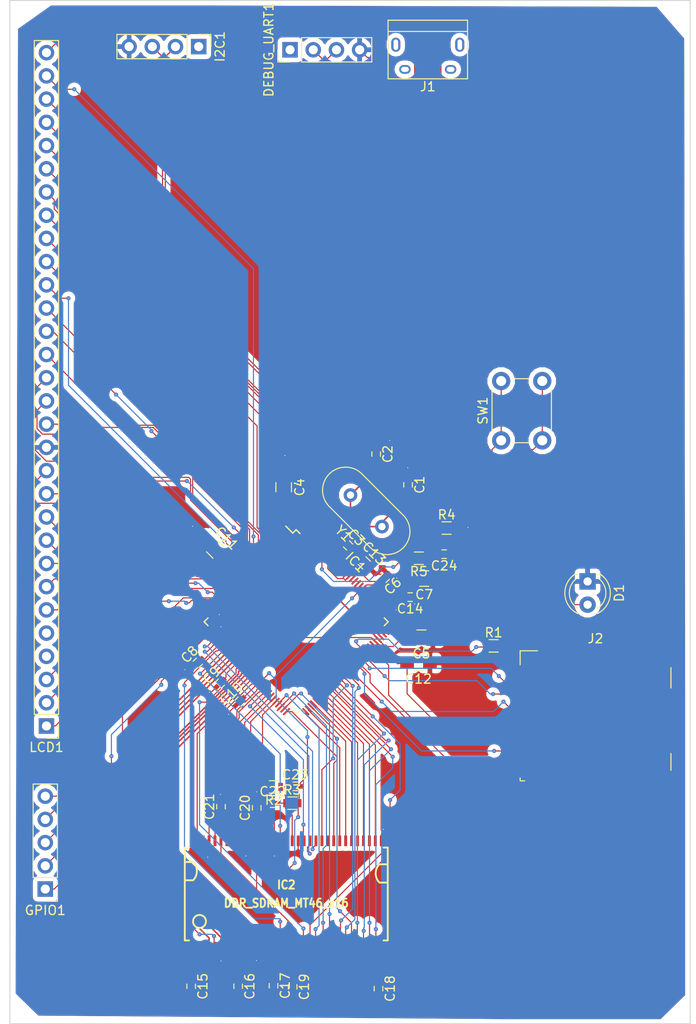
<source format=kicad_pcb>
(kicad_pcb (version 20170123) (host pcbnew "(2017-04-29 revision a92ea8c75)-makepkg")
  (layers (0 F.Cu signal) (31 B.Cu signal) (34 B.Paste user) (35 F.Paste user) (36 B.SilkS user) (37 F.SilkS user) (38 B.Mask user) (39 F.Mask user) (44 Edge.Cuts user))
  (net 0 "")
  (net 1 2V5_SYS)
  (net 2 GND)
  (net 3 /D0)
  (net 4 /D15)
  (net 5 /D1)
  (net 6 /D14)
  (net 7 /D2)
  (net 8 /D13)
  (net 9 /D3)
  (net 10 /D12)
  (net 11 /D4)
  (net 12 /D11)
  (net 13 /D5)
  (net 14 /D10)
  (net 15 /D6)
  (net 16 /D9)
  (net 17 /D7)
  (net 18 /D8)
  (net 19 "Net-(IC2-Pad14)")
  (net 20 "Net-(IC2-Pad53)")
  (net 21 "Net-(IC1-Pad39)")
  (net 22 "Net-(IC1-Pad40)")
  (net 23 "Net-(IC2-Pad17)")
  (net 24 "Net-(IC2-Pad50)")
  (net 25 "Net-(C22-Pad2)")
  (net 26 "Net-(IC2-Pad19)")
  (net 27 "Net-(IC1-Pad46)")
  (net 28 "Net-(IC1-Pad56)")
  (net 29 "Net-(IC1-Pad77)")
  (net 30 "Net-(IC1-Pad37)")
  (net 31 "Net-(IC1-Pad61)")
  (net 32 "Net-(IC1-Pad36)")
  (net 33 "Net-(IC1-Pad62)")
  (net 34 "Net-(IC1-Pad78)")
  (net 35 "Net-(IC1-Pad63)")
  (net 36 "Net-(IC2-Pad43)")
  (net 37 "Net-(IC2-Pad25)")
  (net 38 /A12)
  (net 39 BA0)
  (net 40 /A11)
  (net 41 BA1)
  (net 42 /A9)
  (net 43 /A10)
  (net 44 /A8)
  (net 45 /A0)
  (net 46 /A7)
  (net 47 /A1)
  (net 48 /A6)
  (net 49 /A2)
  (net 50 /A5)
  (net 51 /A3)
  (net 52 /A4)
  (net 53 "Net-(IC1-Pad119)")
  (net 54 "Net-(C24-Pad2)")
  (net 55 "Net-(D1-Pad2)")
  (net 56 "Net-(IC1-Pad88)")
  (net 57 +5V)
  (net 58 "Net-(IC1-Pad10)")
  (net 59 "Net-(IC1-Pad2)")
  (net 60 "Net-(IC1-Pad3)")
  (net 61 "Net-(IC1-Pad4)")
  (net 62 "Net-(IC1-Pad5)")
  (net 63 "Net-(IC1-Pad6)")
  (net 64 "Net-(IC1-Pad7)")
  (net 65 "Net-(IC1-Pad8)")
  (net 66 "Net-(IC1-Pad9)")
  (net 67 "Net-(IC1-Pad17)")
  (net 68 "Net-(IC1-Pad11)")
  (net 69 "Net-(IC1-Pad15)")
  (net 70 "Net-(IC1-Pad12)")
  (net 71 "Net-(IC1-Pad14)")
  (net 72 "Net-(IC1-Pad16)")
  (net 73 "Net-(IC1-Pad13)")
  (net 74 "Net-(IC1-Pad20)")
  (net 75 "Net-(IC1-Pad19)")
  (net 76 "Net-(IC1-Pad22)")
  (net 77 "Net-(IC1-Pad23)")
  (net 78 "Net-(IC1-Pad24)")
  (net 79 "Net-(IC1-Pad25)")
  (net 80 "Net-(IC1-Pad27)")
  (net 81 "Net-(LCD1-Pad5)")
  (net 82 "Net-(LCD1-Pad4)")
  (net 83 "Net-(IC1-Pad26)")
  (net 84 "Net-(IC1-Pad29)")
  (net 85 "Net-(IC1-Pad28)")
  (net 86 "Net-(GPIO1-Pad5)")
  (net 87 "Net-(GPIO1-Pad4)")
  (net 88 "Net-(GPIO1-Pad3)")
  (net 89 "Net-(GPIO1-Pad2)")
  (net 90 "Net-(GPIO1-Pad1)")
  (net 91 "Net-(DEBUG_UART1-Pad1)")
  (net 92 "Net-(I2C1-Pad1)")
  (net 93 "Net-(C2-Pad2)")
  (net 94 "Net-(C1-Pad2)")
  (net 95 VDDXTAL_SYS)
  (net 96 VAG_SYS)
  (net 97 "Net-(IC1-Pad116)")
  (net 98 "Net-(IC1-Pad115)")
  (net 99 "Net-(IC1-Pad114)")
  (net 100 "Net-(IC1-Pad113)")
  (net 101 VDDA_SYS)
  (net 102 "Net-(IC1-Pad109)")
  (net 103 "Net-(IC1-Pad108)")
  (net 104 "Net-(IC1-Pad107)")
  (net 105 VDAC_SYS)
  (net 106 "Net-(IC1-Pad101)")
  (net 107 "Net-(IC1-Pad99)")
  (net 108 "Net-(IC1-Pad97)")
  (net 109 "Net-(IC1-Pad96)")
  (net 110 "Net-(IC1-Pad95)")
  (net 111 "Net-(IC1-Pad94)")
  (net 112 1V2_SYS)
  (net 113 3v3_SYS)
  (net 114 "Net-(IC1-Pad91)")
  (net 115 "Net-(IC1-Pad90)")
  (net 116 "Net-(IC1-Pad89)")
  (net 117 "Net-(IC1-Pad87)")
  (net 118 "Net-(IC1-Pad86)")
  (net 119 "Net-(IC1-Pad85)")
  (net 120 "Net-(IC1-Pad84)")
  (net 121 "Net-(IC1-Pad83)")
  (net 122 "Net-(IC1-Pad82)")
  (net 123 "Net-(IC1-Pad81)")
  (net 124 /DUART+)
  (net 125 /DUART-)
  (net 126 /AUART-)
  (net 127 /AUART+)
  (net 128 /D+)
  (net 129 /D-)
  (module Resistors_SMD:R_0603 (layer F.Cu) (at 113.4745 88.646)
    (fp_text reference R4 (at 0 -1.45) (layer F.SilkS))
    (fp_text value 100K)
    (pad 2 smd rect (at 0.75 0) (size 0.5 0.9) (layers F.Cu F.Paste F.Mask) (net 2 GND))
    (pad 1 smd rect (at -0.75 0) (size 0.5 0.9) (layers F.Cu F.Paste F.Mask) (net 54 "Net-(C24-Pad2)"))
  )
  (module Pin_Headers:Pin_Header_Straight_1x30_Pitch2.54mm (layer F.Cu) (at 69.6595 110.2995 180)
    (fp_text reference LCD1 (at 0 -2.33 180) (layer F.SilkS))
    (fp_text value CONN_01X30)
    (pad 30 thru_hole oval (at 0 73.66 180) (size 1.7 1.7) (drill 1) (layers *.Cu *.Mask) (net 57 +5V))
    (pad 29 thru_hole oval (at 0 71.12 180) (size 1.7 1.7) (drill 1) (layers *.Cu *.Mask) (net 58 "Net-(IC1-Pad10)"))
    (pad 28 thru_hole oval (at 0 68.58 180) (size 1.7 1.7) (drill 1) (layers *.Cu *.Mask) (net 59 "Net-(IC1-Pad2)"))
    (pad 27 thru_hole oval (at 0 66.04 180) (size 1.7 1.7) (drill 1) (layers *.Cu *.Mask) (net 60 "Net-(IC1-Pad3)"))
    (pad 26 thru_hole oval (at 0 63.5 180) (size 1.7 1.7) (drill 1) (layers *.Cu *.Mask) (net 61 "Net-(IC1-Pad4)"))
    (pad 25 thru_hole oval (at 0 60.96 180) (size 1.7 1.7) (drill 1) (layers *.Cu *.Mask) (net 62 "Net-(IC1-Pad5)"))
    (pad 24 thru_hole oval (at 0 58.42 180) (size 1.7 1.7) (drill 1) (layers *.Cu *.Mask) (net 63 "Net-(IC1-Pad6)"))
    (pad 23 thru_hole oval (at 0 55.88 180) (size 1.7 1.7) (drill 1) (layers *.Cu *.Mask) (net 64 "Net-(IC1-Pad7)"))
    (pad 22 thru_hole oval (at 0 53.34 180) (size 1.7 1.7) (drill 1) (layers *.Cu *.Mask) (net 65 "Net-(IC1-Pad8)"))
    (pad 21 thru_hole oval (at 0 50.8 180) (size 1.7 1.7) (drill 1) (layers *.Cu *.Mask) (net 66 "Net-(IC1-Pad9)"))
    (pad 20 thru_hole oval (at 0 48.26 180) (size 1.7 1.7) (drill 1) (layers *.Cu *.Mask) (net 67 "Net-(IC1-Pad17)"))
    (pad 19 thru_hole oval (at 0 45.72 180) (size 1.7 1.7) (drill 1) (layers *.Cu *.Mask) (net 68 "Net-(IC1-Pad11)"))
    (pad 18 thru_hole oval (at 0 43.18 180) (size 1.7 1.7) (drill 1) (layers *.Cu *.Mask) (net 69 "Net-(IC1-Pad15)"))
    (pad 17 thru_hole oval (at 0 40.64 180) (size 1.7 1.7) (drill 1) (layers *.Cu *.Mask) (net 70 "Net-(IC1-Pad12)"))
    (pad 16 thru_hole oval (at 0 38.1 180) (size 1.7 1.7) (drill 1) (layers *.Cu *.Mask) (net 71 "Net-(IC1-Pad14)"))
    (pad 15 thru_hole oval (at 0 35.56 180) (size 1.7 1.7) (drill 1) (layers *.Cu *.Mask) (net 72 "Net-(IC1-Pad16)"))
    (pad 14 thru_hole oval (at 0 33.02 180) (size 1.7 1.7) (drill 1) (layers *.Cu *.Mask) (net 73 "Net-(IC1-Pad13)"))
    (pad 13 thru_hole oval (at 0 30.48 180) (size 1.7 1.7) (drill 1) (layers *.Cu *.Mask) (net 2 GND))
    (pad 12 thru_hole oval (at 0 27.94 180) (size 1.7 1.7) (drill 1) (layers *.Cu *.Mask) (net 74 "Net-(IC1-Pad20)"))
    (pad 11 thru_hole oval (at 0 25.4 180) (size 1.7 1.7) (drill 1) (layers *.Cu *.Mask) (net 75 "Net-(IC1-Pad19)"))
    (pad 10 thru_hole oval (at 0 22.86 180) (size 1.7 1.7) (drill 1) (layers *.Cu *.Mask) (net 76 "Net-(IC1-Pad22)"))
    (pad 9 thru_hole oval (at 0 20.32 180) (size 1.7 1.7) (drill 1) (layers *.Cu *.Mask) (net 77 "Net-(IC1-Pad23)"))
    (pad 8 thru_hole oval (at 0 17.78 180) (size 1.7 1.7) (drill 1) (layers *.Cu *.Mask) (net 78 "Net-(IC1-Pad24)"))
    (pad 7 thru_hole oval (at 0 15.24 180) (size 1.7 1.7) (drill 1) (layers *.Cu *.Mask) (net 79 "Net-(IC1-Pad25)"))
    (pad 6 thru_hole oval (at 0 12.7 180) (size 1.7 1.7) (drill 1) (layers *.Cu *.Mask) (net 80 "Net-(IC1-Pad27)"))
    (pad 5 thru_hole oval (at 0 10.16 180) (size 1.7 1.7) (drill 1) (layers *.Cu *.Mask) (net 81 "Net-(LCD1-Pad5)"))
    (pad 4 thru_hole oval (at 0 7.62 180) (size 1.7 1.7) (drill 1) (layers *.Cu *.Mask) (net 82 "Net-(LCD1-Pad4)"))
    (pad 3 thru_hole oval (at 0 5.08 180) (size 1.7 1.7) (drill 1) (layers *.Cu *.Mask) (net 83 "Net-(IC1-Pad26)"))
    (pad 2 thru_hole oval (at 0 2.54 180) (size 1.7 1.7) (drill 1) (layers *.Cu *.Mask) (net 84 "Net-(IC1-Pad29)"))
    (pad 1 thru_hole rect (at 0 0 180) (size 1.7 1.7) (drill 1) (layers *.Cu *.Mask) (net 85 "Net-(IC1-Pad28)"))
  )
  (module Housings_QFP:LQFP-128_14x14mm_Pitch0.4mm (layer F.Cu) (at 96.99625 98.90125 315)
    (fp_text reference IC1 (at 0 -9.2 315) (layer F.SilkS))
    (fp_text value iMX233)
    (pad 128 smd rect (at -6.2 -7.7 45) (size 1 0.2) (layers F.Cu F.Paste F.Mask) (net 127 /AUART+))
    (pad 127 smd rect (at -5.8 -7.7 45) (size 1 0.2) (layers F.Cu F.Paste F.Mask) (net 126 /AUART-))
    (pad 126 smd rect (at -5.4 -7.7 45) (size 1 0.2) (layers F.Cu F.Paste F.Mask) (net 125 /DUART-))
    (pad 125 smd rect (at -5 -7.7 45) (size 1 0.2) (layers F.Cu F.Paste F.Mask) (net 124 /DUART+))
    (pad 124 smd rect (at -4.6 -7.7 45) (size 1 0.2) (layers F.Cu F.Paste F.Mask) (net 128 /D+))
    (pad 123 smd rect (at -4.2 -7.7 45) (size 1 0.2) (layers F.Cu F.Paste F.Mask) (net 129 /D-))
    (pad 122 smd rect (at -3.8 -7.7 45) (size 1 0.2) (layers F.Cu F.Paste F.Mask) (net 93 "Net-(C2-Pad2)"))
    (pad 121 smd rect (at -3.4 -7.7 45) (size 1 0.2) (layers F.Cu F.Paste F.Mask) (net 94 "Net-(C1-Pad2)"))
    (pad 120 smd rect (at -3 -7.7 45) (size 1 0.2) (layers F.Cu F.Paste F.Mask) (net 95 VDDXTAL_SYS))
    (pad 119 smd rect (at -2.6 -7.7 45) (size 1 0.2) (layers F.Cu F.Paste F.Mask) (net 53 "Net-(IC1-Pad119)"))
    (pad 118 smd rect (at -2.2 -7.7 45) (size 1 0.2) (layers F.Cu F.Paste F.Mask) (net 2 GND))
    (pad 117 smd rect (at -1.8 -7.7 45) (size 1 0.2) (layers F.Cu F.Paste F.Mask) (net 96 VAG_SYS))
    (pad 116 smd rect (at -1.4 -7.7 45) (size 1 0.2) (layers F.Cu F.Paste F.Mask) (net 97 "Net-(IC1-Pad116)"))
    (pad 115 smd rect (at -1 -7.7 45) (size 1 0.2) (layers F.Cu F.Paste F.Mask) (net 98 "Net-(IC1-Pad115)"))
    (pad 114 smd rect (at -0.6 -7.7 45) (size 1 0.2) (layers F.Cu F.Paste F.Mask) (net 99 "Net-(IC1-Pad114)"))
    (pad 113 smd rect (at -0.2 -7.7 45) (size 1 0.2) (layers F.Cu F.Paste F.Mask) (net 100 "Net-(IC1-Pad113)"))
    (pad 112 smd rect (at 0.2 -7.7 45) (size 1 0.2) (layers F.Cu F.Paste F.Mask) (net 2 GND))
    (pad 111 smd rect (at 0.6 -7.7 45) (size 1 0.2) (layers F.Cu F.Paste F.Mask) (net 2 GND))
    (pad 110 smd rect (at 1 -7.7 45) (size 1 0.2) (layers F.Cu F.Paste F.Mask) (net 101 VDDA_SYS))
    (pad 109 smd rect (at 1.4 -7.7 45) (size 1 0.2) (layers F.Cu F.Paste F.Mask) (net 102 "Net-(IC1-Pad109)"))
    (pad 108 smd rect (at 1.8 -7.7 45) (size 1 0.2) (layers F.Cu F.Paste F.Mask) (net 103 "Net-(IC1-Pad108)"))
    (pad 107 smd rect (at 2.2 -7.7 45) (size 1 0.2) (layers F.Cu F.Paste F.Mask) (net 104 "Net-(IC1-Pad107)"))
    (pad 106 smd rect (at 2.6 -7.7 45) (size 1 0.2) (layers F.Cu F.Paste F.Mask) (net 1 2V5_SYS))
    (pad 105 smd rect (at 3 -7.7 45) (size 1 0.2) (layers F.Cu F.Paste F.Mask) (net 2 GND))
    (pad 104 smd rect (at 3.4 -7.7 45) (size 1 0.2) (layers F.Cu F.Paste F.Mask) (net 105 VDAC_SYS))
    (pad 103 smd rect (at 3.8 -7.7 45) (size 1 0.2) (layers F.Cu F.Paste F.Mask) (net 2 GND))
    (pad 102 smd rect (at 4.2 -7.7 45) (size 1 0.2) (layers F.Cu F.Paste F.Mask) (net 57 +5V))
    (pad 101 smd rect (at 4.6 -7.7 45) (size 1 0.2) (layers F.Cu F.Paste F.Mask) (net 106 "Net-(IC1-Pad101)"))
    (pad 100 smd rect (at 5 -7.7 45) (size 1 0.2) (layers F.Cu F.Paste F.Mask) (net 2 GND))
    (pad 99 smd rect (at 5.4 -7.7 45) (size 1 0.2) (layers F.Cu F.Paste F.Mask) (net 107 "Net-(IC1-Pad99)"))
    (pad 98 smd rect (at 5.8 -7.7 45) (size 1 0.2) (layers F.Cu F.Paste F.Mask) (net 2 GND))
    (pad 97 smd rect (at 6.2 -7.7 45) (size 1 0.2) (layers F.Cu F.Paste F.Mask) (net 108 "Net-(IC1-Pad97)"))
    (pad 96 smd rect (at 7.7 -6.2 315) (size 1 0.2) (layers F.Cu F.Paste F.Mask) (net 109 "Net-(IC1-Pad96)"))
    (pad 95 smd rect (at 7.7 -5.8 315) (size 1 0.2) (layers F.Cu F.Paste F.Mask) (net 110 "Net-(IC1-Pad95)"))
    (pad 94 smd rect (at 7.7 -5.4 315) (size 1 0.2) (layers F.Cu F.Paste F.Mask) (net 111 "Net-(IC1-Pad94)"))
    (pad 93 smd rect (at 7.7 -5 315) (size 1 0.2) (layers F.Cu F.Paste F.Mask) (net 112 1V2_SYS))
    (pad 92 smd rect (at 7.7 -4.6 315) (size 1 0.2) (layers F.Cu F.Paste F.Mask) (net 113 3v3_SYS))
    (pad 91 smd rect (at 7.7 -4.2 315) (size 1 0.2) (layers F.Cu F.Paste F.Mask) (net 114 "Net-(IC1-Pad91)"))
    (pad 90 smd rect (at 7.7 -3.8 315) (size 1 0.2) (layers F.Cu F.Paste F.Mask) (net 115 "Net-(IC1-Pad90)"))
    (pad 89 smd rect (at 7.7 -3.4 315) (size 1 0.2) (layers F.Cu F.Paste F.Mask) (net 116 "Net-(IC1-Pad89)"))
    (pad 88 smd rect (at 7.7 -3 315) (size 1 0.2) (layers F.Cu F.Paste F.Mask) (net 56 "Net-(IC1-Pad88)"))
    (pad 87 smd rect (at 7.7 -2.6 315) (size 1 0.2) (layers F.Cu F.Paste F.Mask) (net 117 "Net-(IC1-Pad87)"))
    (pad 86 smd rect (at 7.7 -2.2 315) (size 1 0.2) (layers F.Cu F.Paste F.Mask) (net 118 "Net-(IC1-Pad86)"))
    (pad 85 smd rect (at 7.7 -1.8 315) (size 1 0.2) (layers F.Cu F.Paste F.Mask) (net 119 "Net-(IC1-Pad85)"))
    (pad 84 smd rect (at 7.7 -1.4 315) (size 1 0.2) (layers F.Cu F.Paste F.Mask) (net 120 "Net-(IC1-Pad84)"))
    (pad 83 smd rect (at 7.7 -1 315) (size 1 0.2) (layers F.Cu F.Paste F.Mask) (net 121 "Net-(IC1-Pad83)"))
    (pad 82 smd rect (at 7.7 -0.6 315) (size 1 0.2) (layers F.Cu F.Paste F.Mask) (net 122 "Net-(IC1-Pad82)"))
    (pad 81 smd rect (at 7.7 -0.2 315) (size 1 0.2) (layers F.Cu F.Paste F.Mask) (net 123 "Net-(IC1-Pad81)"))
    (pad 80 smd rect (at 7.7 0.2 315) (size 1 0.2) (layers F.Cu F.Paste F.Mask) (net 41 BA1))
    (pad 79 smd rect (at 7.7 0.6 315) (size 1 0.2) (layers F.Cu F.Paste F.Mask) (net 39 BA0))
    (pad 78 smd rect (at 7.7 1 315) (size 1 0.2) (layers F.Cu F.Paste F.Mask) (net 34 "Net-(IC1-Pad78)"))
    (pad 77 smd rect (at 7.7 1.4 315) (size 1 0.2) (layers F.Cu F.Paste F.Mask) (net 29 "Net-(IC1-Pad77)"))
    (pad 76 smd rect (at 7.7 1.8 315) (size 1 0.2) (layers F.Cu F.Paste F.Mask) (net 45 /A0))
    (pad 75 smd rect (at 7.7 2.2 315) (size 1 0.2) (layers F.Cu F.Paste F.Mask) (net 47 /A1))
    (pad 74 smd rect (at 7.7 2.6 315) (size 1 0.2) (layers F.Cu F.Paste F.Mask) (net 49 /A2))
    (pad 73 smd rect (at 7.7 3 315) (size 1 0.2) (layers F.Cu F.Paste F.Mask) (net 51 /A3))
    (pad 72 smd rect (at 7.7 3.4 315) (size 1 0.2) (layers F.Cu F.Paste F.Mask) (net 52 /A4))
    (pad 71 smd rect (at 7.7 3.8 315) (size 1 0.2) (layers F.Cu F.Paste F.Mask) (net 50 /A5))
    (pad 70 smd rect (at 7.7 4.2 315) (size 1 0.2) (layers F.Cu F.Paste F.Mask) (net 48 /A6))
    (pad 69 smd rect (at 7.7 4.6 315) (size 1 0.2) (layers F.Cu F.Paste F.Mask) (net 46 /A7))
    (pad 68 smd rect (at 7.7 5 315) (size 1 0.2) (layers F.Cu F.Paste F.Mask) (net 44 /A8))
    (pad 67 smd rect (at 7.7 5.4 315) (size 1 0.2) (layers F.Cu F.Paste F.Mask) (net 42 /A9))
    (pad 66 smd rect (at 7.7 5.8 315) (size 1 0.2) (layers F.Cu F.Paste F.Mask) (net 43 /A10))
    (pad 65 smd rect (at 7.7 6.2 315) (size 1 0.2) (layers F.Cu F.Paste F.Mask) (net 40 /A11))
    (pad 64 smd rect (at 6.2 7.7 45) (size 1 0.2) (layers F.Cu F.Paste F.Mask) (net 38 /A12))
    (pad 63 smd rect (at 5.8 7.7 45) (size 1 0.2) (layers F.Cu F.Paste F.Mask) (net 35 "Net-(IC1-Pad63)"))
    (pad 62 smd rect (at 5.4 7.7 45) (size 1 0.2) (layers F.Cu F.Paste F.Mask) (net 33 "Net-(IC1-Pad62)"))
    (pad 61 smd rect (at 5 7.7 45) (size 1 0.2) (layers F.Cu F.Paste F.Mask) (net 31 "Net-(IC1-Pad61)"))
    (pad 60 smd rect (at 4.6 7.7 45) (size 1 0.2) (layers F.Cu F.Paste F.Mask) (net 6 /D14))
    (pad 59 smd rect (at 4.2 7.7 45) (size 1 0.2) (layers F.Cu F.Paste F.Mask) (net 4 /D15))
    (pad 58 smd rect (at 3.8 7.7 45) (size 1 0.2) (layers F.Cu F.Paste F.Mask) (net 8 /D13))
    (pad 57 smd rect (at 3.4 7.7 45) (size 1 0.2) (layers F.Cu F.Paste F.Mask) (net 10 /D12))
    (pad 56 smd rect (at 3 7.7 45) (size 1 0.2) (layers F.Cu F.Paste F.Mask) (net 28 "Net-(IC1-Pad56)"))
    (pad 55 smd rect (at 2.6 7.7 45) (size 1 0.2) (layers F.Cu F.Paste F.Mask) (net 12 /D11))
    (pad 54 smd rect (at 2.2 7.7 45) (size 1 0.2) (layers F.Cu F.Paste F.Mask) (net 14 /D10))
    (pad 53 smd rect (at 1.8 7.7 45) (size 1 0.2) (layers F.Cu F.Paste F.Mask) (net 1 2V5_SYS))
    (pad 52 smd rect (at 1.4 7.7 45) (size 1 0.2) (layers F.Cu F.Paste F.Mask) (net 16 /D9))
    (pad 51 smd rect (at 1 7.7 45) (size 1 0.2) (layers F.Cu F.Paste F.Mask) (net 18 /D8))
    (pad 50 smd rect (at 0.6 7.7 45) (size 1 0.2) (layers F.Cu F.Paste F.Mask) (net 17 /D7))
    (pad 49 smd rect (at 0.2 7.7 45) (size 1 0.2) (layers F.Cu F.Paste F.Mask) (net 15 /D6))
    (pad 48 smd rect (at -0.2 7.7 45) (size 1 0.2) (layers F.Cu F.Paste F.Mask) (net 13 /D5))
    (pad 47 smd rect (at -0.6 7.7 45) (size 1 0.2) (layers F.Cu F.Paste F.Mask) (net 11 /D4))
    (pad 46 smd rect (at -1 7.7 45) (size 1 0.2) (layers F.Cu F.Paste F.Mask) (net 27 "Net-(IC1-Pad46)"))
    (pad 45 smd rect (at -1.4 7.7 45) (size 1 0.2) (layers F.Cu F.Paste F.Mask) (net 1 2V5_SYS))
    (pad 44 smd rect (at -1.8 7.7 45) (size 1 0.2) (layers F.Cu F.Paste F.Mask) (net 9 /D3))
    (pad 43 smd rect (at -2.2 7.7 45) (size 1 0.2) (layers F.Cu F.Paste F.Mask) (net 5 /D1))
    (pad 42 smd rect (at -2.6 7.7 45) (size 1 0.2) (layers F.Cu F.Paste F.Mask) (net 7 /D2))
    (pad 41 smd rect (at -3 7.7 45) (size 1 0.2) (layers F.Cu F.Paste F.Mask) (net 3 /D0))
    (pad 40 smd rect (at -3.4 7.7 45) (size 1 0.2) (layers F.Cu F.Paste F.Mask) (net 22 "Net-(IC1-Pad40)"))
    (pad 39 smd rect (at -3.8 7.7 45) (size 1 0.2) (layers F.Cu F.Paste F.Mask) (net 21 "Net-(IC1-Pad39)"))
    (pad 38 smd rect (at -4.2 7.7 45) (size 1 0.2) (layers F.Cu F.Paste F.Mask) (net 1 2V5_SYS))
    (pad 37 smd rect (at -4.6 7.7 45) (size 1 0.2) (layers F.Cu F.Paste F.Mask) (net 30 "Net-(IC1-Pad37)"))
    (pad 36 smd rect (at -5 7.7 45) (size 1 0.2) (layers F.Cu F.Paste F.Mask) (net 32 "Net-(IC1-Pad36)"))
    (pad 35 smd rect (at -5.4 7.7 45) (size 1 0.2) (layers F.Cu F.Paste F.Mask) (net 2 GND))
    (pad 34 smd rect (at -5.8 7.7 45) (size 1 0.2) (layers F.Cu F.Paste F.Mask) (net 89 "Net-(GPIO1-Pad2)"))
    (pad 33 smd rect (at -6.2 7.7 45) (size 1 0.2) (layers F.Cu F.Paste F.Mask) (net 90 "Net-(GPIO1-Pad1)"))
    (pad 32 smd rect (at -7.7 6.2 315) (size 1 0.2) (layers F.Cu F.Paste F.Mask) (net 87 "Net-(GPIO1-Pad4)"))
    (pad 31 smd rect (at -7.7 5.8 315) (size 1 0.2) (layers F.Cu F.Paste F.Mask) (net 86 "Net-(GPIO1-Pad5)"))
    (pad 30 smd rect (at -7.7 5.4 315) (size 1 0.2) (layers F.Cu F.Paste F.Mask) (net 2 GND))
    (pad 29 smd rect (at -7.7 5 315) (size 1 0.2) (layers F.Cu F.Paste F.Mask) (net 84 "Net-(IC1-Pad29)"))
    (pad 28 smd rect (at -7.7 4.6 315) (size 1 0.2) (layers F.Cu F.Paste F.Mask) (net 85 "Net-(IC1-Pad28)"))
    (pad 27 smd rect (at -7.7 4.2 315) (size 1 0.2) (layers F.Cu F.Paste F.Mask) (net 80 "Net-(IC1-Pad27)"))
    (pad 26 smd rect (at -7.7 3.8 315) (size 1 0.2) (layers F.Cu F.Paste F.Mask) (net 83 "Net-(IC1-Pad26)"))
    (pad 25 smd rect (at -7.7 3.4 315) (size 1 0.2) (layers F.Cu F.Paste F.Mask) (net 79 "Net-(IC1-Pad25)"))
    (pad 24 smd rect (at -7.7 3 315) (size 1 0.2) (layers F.Cu F.Paste F.Mask) (net 78 "Net-(IC1-Pad24)"))
    (pad 23 smd rect (at -7.7 2.6 315) (size 1 0.2) (layers F.Cu F.Paste F.Mask) (net 77 "Net-(IC1-Pad23)"))
    (pad 22 smd rect (at -7.7 2.2 315) (size 1 0.2) (layers F.Cu F.Paste F.Mask) (net 76 "Net-(IC1-Pad22)"))
    (pad 21 smd rect (at -7.7 1.8 315) (size 1 0.2) (layers F.Cu F.Paste F.Mask) (net 88 "Net-(GPIO1-Pad3)"))
    (pad 20 smd rect (at -7.7 1.4 315) (size 1 0.2) (layers F.Cu F.Paste F.Mask) (net 74 "Net-(IC1-Pad20)"))
    (pad 19 smd rect (at -7.7 1 315) (size 1 0.2) (layers F.Cu F.Paste F.Mask) (net 75 "Net-(IC1-Pad19)"))
    (pad 18 smd rect (at -7.7 0.6 315) (size 1 0.2) (layers F.Cu F.Paste F.Mask) (net 113 3v3_SYS))
    (pad 17 smd rect (at -7.7 0.2 315) (size 1 0.2) (layers F.Cu F.Paste F.Mask) (net 67 "Net-(IC1-Pad17)"))
    (pad 16 smd rect (at -7.7 -0.2 315) (size 1 0.2) (layers F.Cu F.Paste F.Mask) (net 72 "Net-(IC1-Pad16)"))
    (pad 15 smd rect (at -7.7 -0.6 315) (size 1 0.2) (layers F.Cu F.Paste F.Mask) (net 69 "Net-(IC1-Pad15)"))
    (pad 14 smd rect (at -7.7 -1 315) (size 1 0.2) (layers F.Cu F.Paste F.Mask) (net 71 "Net-(IC1-Pad14)"))
    (pad 13 smd rect (at -7.7 -1.4 315) (size 1 0.2) (layers F.Cu F.Paste F.Mask) (net 73 "Net-(IC1-Pad13)"))
    (pad 12 smd rect (at -7.7 -1.8 315) (size 1 0.2) (layers F.Cu F.Paste F.Mask) (net 70 "Net-(IC1-Pad12)"))
    (pad 11 smd rect (at -7.7 -2.2 315) (size 1 0.2) (layers F.Cu F.Paste F.Mask) (net 68 "Net-(IC1-Pad11)"))
    (pad 10 smd rect (at -7.7 -2.6 315) (size 1 0.2) (layers F.Cu F.Paste F.Mask) (net 58 "Net-(IC1-Pad10)"))
    (pad 9 smd rect (at -7.7 -3 315) (size 1 0.2) (layers F.Cu F.Paste F.Mask) (net 66 "Net-(IC1-Pad9)"))
    (pad 8 smd rect (at -7.7 -3.4 315) (size 1 0.2) (layers F.Cu F.Paste F.Mask) (net 65 "Net-(IC1-Pad8)"))
    (pad 7 smd rect (at -7.7 -3.8 315) (size 1 0.2) (layers F.Cu F.Paste F.Mask) (net 64 "Net-(IC1-Pad7)"))
    (pad 6 smd rect (at -7.7 -4.2 315) (size 1 0.2) (layers F.Cu F.Paste F.Mask) (net 63 "Net-(IC1-Pad6)"))
    (pad 5 smd rect (at -7.7 -4.6 315) (size 1 0.2) (layers F.Cu F.Paste F.Mask) (net 62 "Net-(IC1-Pad5)"))
    (pad 4 smd rect (at -7.7 -5 315) (size 1 0.2) (layers F.Cu F.Paste F.Mask) (net 61 "Net-(IC1-Pad4)"))
    (pad 3 smd rect (at -7.7 -5.4 315) (size 1 0.2) (layers F.Cu F.Paste F.Mask) (net 60 "Net-(IC1-Pad3)"))
    (pad 2 smd rect (at -7.7 -5.8 315) (size 1 0.2) (layers F.Cu F.Paste F.Mask) (net 59 "Net-(IC1-Pad2)"))
    (pad 1 smd rect (at -7.7 -6.2 315) (size 1 0.2) (layers F.Cu F.Paste F.Mask) (net 112 1V2_SYS))
  )
  (module Capacitors_SMD:C_0402 (layer F.Cu) (at 86.233 103.378 45)
    (fp_text reference C8 (at 0 -1.27 45) (layer F.SilkS))
    (fp_text value 100n)
    (pad 2 smd rect (at 0.55 0 45) (size 0.6 0.5) (layers F.Cu F.Paste F.Mask) (net 1 2V5_SYS))
    (pad 1 smd rect (at -0.55 0 45) (size 0.6 0.5) (layers F.Cu F.Paste F.Mask) (net 2 GND))
  )
  (module Pin_Headers:Pin_Header_Straight_1x05_Pitch2.54mm (layer F.Cu) (at 69.5325 128.143 180)
    (fp_text reference GPIO1 (at 0 -2.33 180) (layer F.SilkS))
    (fp_text value CONN_01X05)
    (pad 5 thru_hole oval (at 0 10.16 180) (size 1.7 1.7) (drill 1) (layers *.Cu *.Mask) (net 86 "Net-(GPIO1-Pad5)"))
    (pad 4 thru_hole oval (at 0 7.62 180) (size 1.7 1.7) (drill 1) (layers *.Cu *.Mask) (net 87 "Net-(GPIO1-Pad4)"))
    (pad 3 thru_hole oval (at 0 5.08 180) (size 1.7 1.7) (drill 1) (layers *.Cu *.Mask) (net 88 "Net-(GPIO1-Pad3)"))
    (pad 2 thru_hole oval (at 0 2.54 180) (size 1.7 1.7) (drill 1) (layers *.Cu *.Mask) (net 89 "Net-(GPIO1-Pad2)"))
    (pad 1 thru_hole rect (at 0 0 180) (size 1.7 1.7) (drill 1) (layers *.Cu *.Mask) (net 90 "Net-(GPIO1-Pad1)"))
  )
  (module Resistors_SMD:R_0603 (layer F.Cu) (at 96.5835 118.745)
    (fp_text reference R3 (at 0 -1.45) (layer F.SilkS))
    (fp_text value R)
    (pad 1 smd rect (at -0.75 0) (size 0.5 0.9) (layers F.Cu F.Paste F.Mask) (net 25 "Net-(C22-Pad2)"))
    (pad 2 smd rect (at 0.75 0) (size 0.5 0.9) (layers F.Cu F.Paste F.Mask) (net 1 2V5_SYS))
  )
  (module Resistors_SMD:R_0603 (layer F.Cu) (at 110.4265 91.948 180)
    (fp_text reference R5 (at 0 -1.45 180) (layer F.SilkS))
    (fp_text value 1K)
    (pad 2 smd rect (at 0.75 0 180) (size 0.5 0.9) (layers F.Cu F.Paste F.Mask) (net 53 "Net-(IC1-Pad119)"))
    (pad 1 smd rect (at -0.75 0 180) (size 0.5 0.9) (layers F.Cu F.Paste F.Mask) (net 54 "Net-(C24-Pad2)"))
  )
  (module Resistors_SMD:R_0603 (layer F.Cu) (at 118.618 101.5365)
    (fp_text reference R1 (at 0 -1.45) (layer F.SilkS))
    (fp_text value R)
    (pad 1 smd rect (at -0.75 0) (size 0.5 0.9) (layers F.Cu F.Paste F.Mask) (net 56 "Net-(IC1-Pad88)"))
    (pad 2 smd rect (at 0.75 0) (size 0.5 0.9) (layers F.Cu F.Paste F.Mask) (net 55 "Net-(D1-Pad2)"))
  )
  (module Resistors_SMD:R_0603 (layer F.Cu) (at 94.5515 116.967 180)
    (fp_text reference R2 (at 0 -1.45 180) (layer F.SilkS))
    (fp_text value R)
    (pad 2 smd rect (at 0.75 0 180) (size 0.5 0.9) (layers F.Cu F.Paste F.Mask) (net 2 GND))
    (pad 1 smd rect (at -0.75 0 180) (size 0.5 0.9) (layers F.Cu F.Paste F.Mask) (net 25 "Net-(C22-Pad2)"))
  )
  (module opendous:TSOP66_JEDEC_DDR_SDRAM (layer F.Cu) (at 95.91675 128.68275)
    (fp_text reference IC2 (at 0 -1.00076) (layer F.SilkS) (effects (font (size 0.9144 0.8128) (thickness 0.2032))))
    (fp_text value DDR_SDRAM_MT46_x16 (at 0 1.00076) (layer F.SilkS) (effects (font (size 0.9144 0.8128) (thickness 0.2032))))
    (pad 1 smd rect (at -10.40384 5.8166) (size 0.32004 1.1684) (layers F.Cu F.Paste F.Mask) (net 1 2V5_SYS))
    (pad 66 smd rect (at -10.40384 -5.8166) (size 0.32004 1.1684) (layers F.Cu F.Paste F.Mask) (net 2 GND))
    (pad 2 smd rect (at -9.7536 5.8166) (size 0.32004 1.1684) (layers F.Cu F.Paste F.Mask) (net 3 /D0))
    (pad 65 smd rect (at -9.7536 -5.8166) (size 0.32004 1.1684) (layers F.Cu F.Paste F.Mask) (net 18 /D8))
    (pad 3 smd rect (at -9.10336 5.8166) (size 0.32004 1.1684) (layers F.Cu F.Paste F.Mask) (net 1 2V5_SYS))
    (pad 64 smd rect (at -9.10336 -5.8166) (size 0.32004 1.1684) (layers F.Cu F.Paste F.Mask) (net 2 GND))
    (pad 4 smd rect (at -8.45312 5.8166) (size 0.32004 1.1684) (layers F.Cu F.Paste F.Mask) (net 5 /D1))
    (pad 63 smd rect (at -8.45312 -5.8166) (size 0.32004 1.1684) (layers F.Cu F.Paste F.Mask) (net 16 /D9))
    (pad 5 smd rect (at -7.80288 5.8166) (size 0.32004 1.1684) (layers F.Cu F.Paste F.Mask) (net 7 /D2))
    (pad 62 smd rect (at -7.80288 -5.8166) (size 0.32004 1.1684) (layers F.Cu F.Paste F.Mask) (net 14 /D10))
    (pad 6 smd rect (at -7.15264 5.8166) (size 0.32004 1.1684) (layers F.Cu F.Paste F.Mask) (net 2 GND))
    (pad 61 smd rect (at -7.15264 -5.8166) (size 0.32004 1.1684) (layers F.Cu F.Paste F.Mask) (net 1 2V5_SYS))
    (pad 7 smd rect (at -6.5024 5.8166) (size 0.32004 1.1684) (layers F.Cu F.Paste F.Mask) (net 9 /D3))
    (pad 60 smd rect (at -6.5024 -5.8166) (size 0.32004 1.1684) (layers F.Cu F.Paste F.Mask) (net 12 /D11))
    (pad 8 smd rect (at -5.85216 5.8166) (size 0.32004 1.1684) (layers F.Cu F.Paste F.Mask) (net 11 /D4))
    (pad 59 smd rect (at -5.85216 -5.8166) (size 0.32004 1.1684) (layers F.Cu F.Paste F.Mask) (net 10 /D12))
    (pad 9 smd rect (at -5.20192 5.8166) (size 0.32004 1.1684) (layers F.Cu F.Paste F.Mask) (net 1 2V5_SYS))
    (pad 58 smd rect (at -5.20192 -5.8166) (size 0.32004 1.1684) (layers F.Cu F.Paste F.Mask) (net 2 GND))
    (pad 10 smd rect (at -4.55168 5.8166) (size 0.32004 1.1684) (layers F.Cu F.Paste F.Mask) (net 13 /D5))
    (pad 57 smd rect (at -4.55168 -5.8166) (size 0.32004 1.1684) (layers F.Cu F.Paste F.Mask) (net 8 /D13))
    (pad 11 smd rect (at -3.90144 5.8166) (size 0.32004 1.1684) (layers F.Cu F.Paste F.Mask) (net 15 /D6))
    (pad 56 smd rect (at -3.90144 -5.8166) (size 0.32004 1.1684) (layers F.Cu F.Paste F.Mask) (net 4 /D15))
    (pad 12 smd rect (at -3.2512 5.8166) (size 0.32004 1.1684) (layers F.Cu F.Paste F.Mask) (net 2 GND))
    (pad 55 smd rect (at -3.2512 -5.8166) (size 0.32004 1.1684) (layers F.Cu F.Paste F.Mask) (net 1 2V5_SYS))
    (pad 13 smd rect (at -2.60096 5.8166) (size 0.32004 1.1684) (layers F.Cu F.Paste F.Mask) (net 17 /D7))
    (pad 54 smd rect (at -2.60096 -5.8166) (size 0.32004 1.1684) (layers F.Cu F.Paste F.Mask) (net 6 /D14))
    (pad 14 smd rect (at -1.95072 5.8166) (size 0.32004 1.1684) (layers F.Cu F.Paste F.Mask) (net 19 "Net-(IC2-Pad14)"))
    (pad 53 smd rect (at -1.95072 -5.8166) (size 0.32004 1.1684) (layers F.Cu F.Paste F.Mask) (net 20 "Net-(IC2-Pad53)"))
    (pad 15 smd rect (at -1.30048 5.8166) (size 0.32004 1.1684) (layers F.Cu F.Paste F.Mask) (net 1 2V5_SYS))
    (pad 52 smd rect (at -1.30048 -5.8166) (size 0.32004 1.1684) (layers F.Cu F.Paste F.Mask) (net 2 GND))
    (pad 16 smd rect (at -0.65024 5.8166) (size 0.32004 1.1684) (layers F.Cu F.Paste F.Mask) (net 21 "Net-(IC1-Pad39)"))
    (pad 51 smd rect (at -0.65024 -5.8166) (size 0.32004 1.1684) (layers F.Cu F.Paste F.Mask) (net 22 "Net-(IC1-Pad40)"))
    (pad 17 smd rect (at 0 5.8166) (size 0.32004 1.1684) (layers F.Cu F.Paste F.Mask) (net 23 "Net-(IC2-Pad17)"))
    (pad 50 smd rect (at 0 -5.8166) (size 0.32004 1.1684) (layers F.Cu F.Paste F.Mask) (net 24 "Net-(IC2-Pad50)"))
    (pad 18 smd rect (at 0.65024 5.8166) (size 0.32004 1.1684) (layers F.Cu F.Paste F.Mask) (net 1 2V5_SYS))
    (pad 49 smd rect (at 0.65024 -5.8166) (size 0.32004 1.1684) (layers F.Cu F.Paste F.Mask) (net 25 "Net-(C22-Pad2)"))
    (pad 19 smd rect (at 1.30048 5.8166) (size 0.32004 1.1684) (layers F.Cu F.Paste F.Mask) (net 26 "Net-(IC2-Pad19)"))
    (pad 48 smd rect (at 1.30048 -5.8166) (size 0.32004 1.1684) (layers F.Cu F.Paste F.Mask) (net 2 GND))
    (pad 20 smd rect (at 1.95072 5.8166) (size 0.32004 1.1684) (layers F.Cu F.Paste F.Mask) (net 27 "Net-(IC1-Pad46)"))
    (pad 47 smd rect (at 1.95072 -5.8166) (size 0.32004 1.1684) (layers F.Cu F.Paste F.Mask) (net 28 "Net-(IC1-Pad56)"))
    (pad 21 smd rect (at 2.60096 5.8166) (size 0.32004 1.1684) (layers F.Cu F.Paste F.Mask) (net 29 "Net-(IC1-Pad77)"))
    (pad 46 smd rect (at 2.60096 -5.8166) (size 0.32004 1.1684) (layers F.Cu F.Paste F.Mask) (net 30 "Net-(IC1-Pad37)"))
    (pad 22 smd rect (at 3.2512 5.8166) (size 0.32004 1.1684) (layers F.Cu F.Paste F.Mask) (net 31 "Net-(IC1-Pad61)"))
    (pad 45 smd rect (at 3.2512 -5.8166) (size 0.32004 1.1684) (layers F.Cu F.Paste F.Mask) (net 32 "Net-(IC1-Pad36)"))
    (pad 23 smd rect (at 3.90144 5.8166) (size 0.32004 1.1684) (layers F.Cu F.Paste F.Mask) (net 33 "Net-(IC1-Pad62)"))
    (pad 44 smd rect (at 3.90144 -5.8166) (size 0.32004 1.1684) (layers F.Cu F.Paste F.Mask) (net 34 "Net-(IC1-Pad78)"))
    (pad 24 smd rect (at 4.55168 5.8166) (size 0.32004 1.1684) (layers F.Cu F.Paste F.Mask) (net 35 "Net-(IC1-Pad63)"))
    (pad 43 smd rect (at 4.55168 -5.8166) (size 0.32004 1.1684) (layers F.Cu F.Paste F.Mask) (net 36 "Net-(IC2-Pad43)"))
    (pad 25 smd rect (at 5.20192 5.8166) (size 0.32004 1.1684) (layers F.Cu F.Paste F.Mask) (net 37 "Net-(IC2-Pad25)"))
    (pad 42 smd rect (at 5.20192 -5.8166) (size 0.32004 1.1684) (layers F.Cu F.Paste F.Mask) (net 38 /A12))
    (pad 26 smd rect (at 5.85216 5.8166) (size 0.32004 1.1684) (layers F.Cu F.Paste F.Mask) (net 39 BA0))
    (pad 41 smd rect (at 5.85216 -5.8166) (size 0.32004 1.1684) (layers F.Cu F.Paste F.Mask) (net 40 /A11))
    (pad 27 smd rect (at 6.5024 5.8166) (size 0.32004 1.1684) (layers F.Cu F.Paste F.Mask) (net 41 BA1))
    (pad 40 smd rect (at 6.5024 -5.8166) (size 0.32004 1.1684) (layers F.Cu F.Paste F.Mask) (net 42 /A9))
    (pad 28 smd rect (at 7.15264 5.8166) (size 0.32004 1.1684) (layers F.Cu F.Paste F.Mask) (net 43 /A10))
    (pad 39 smd rect (at 7.15264 -5.8166) (size 0.32004 1.1684) (layers F.Cu F.Paste F.Mask) (net 44 /A8))
    (pad 29 smd rect (at 7.80288 5.8166) (size 0.32004 1.1684) (layers F.Cu F.Paste F.Mask) (net 45 /A0))
    (pad 38 smd rect (at 7.80288 -5.8166) (size 0.32004 1.1684) (layers F.Cu F.Paste F.Mask) (net 46 /A7))
    (pad 30 smd rect (at 8.45312 5.8166) (size 0.32004 1.1684) (layers F.Cu F.Paste F.Mask) (net 47 /A1))
    (pad 37 smd rect (at 8.45312 -5.8166) (size 0.32004 1.1684) (layers F.Cu F.Paste F.Mask) (net 48 /A6))
    (pad 31 smd rect (at 9.10336 5.8166) (size 0.32004 1.1684) (layers F.Cu F.Paste F.Mask) (net 49 /A2))
    (pad 36 smd rect (at 9.10336 -5.8166) (size 0.32004 1.1684) (layers F.Cu F.Paste F.Mask) (net 50 /A5))
    (pad 32 smd rect (at 9.7536 5.8166) (size 0.32004 1.1684) (layers F.Cu F.Paste F.Mask) (net 51 /A3))
    (pad 35 smd rect (at 9.7536 -5.8166) (size 0.32004 1.1684) (layers F.Cu F.Paste F.Mask) (net 52 /A4))
    (pad 33 smd rect (at 10.40384 5.8166) (size 0.32004 1.1684) (layers F.Cu F.Paste F.Mask) (net 1 2V5_SYS))
    (pad 34 smd rect (at 10.40384 -5.8166) (size 0.32004 1.1684) (layers F.Cu F.Paste F.Mask) (net 2 GND))
  )
  (module Capacitors_SMD:C_0402 (layer F.Cu) (at 113.199 91.5035 180)
    (fp_text reference C24 (at 0 -1.27 180) (layer F.SilkS))
    (fp_text value 100n)
    (pad 1 smd rect (at -0.55 0 180) (size 0.6 0.5) (layers F.Cu F.Paste F.Mask) (net 2 GND))
    (pad 2 smd rect (at 0.55 0 180) (size 0.6 0.5) (layers F.Cu F.Paste F.Mask) (net 54 "Net-(C24-Pad2)"))
  )
  (module Capacitors_SMD:C_0402 (layer F.Cu) (at 109.25175 83.91525 270)
    (fp_text reference C1 (at 0 -1.27 270) (layer F.SilkS))
    (fp_text value 10p)
    (pad 2 smd rect (at 0.55 0 270) (size 0.6 0.5) (layers F.Cu F.Paste F.Mask) (net 94 "Net-(C1-Pad2)"))
    (pad 1 smd rect (at -0.55 0 270) (size 0.6 0.5) (layers F.Cu F.Paste F.Mask) (net 2 GND))
  )
  (module Capacitors_SMD:C_0402 (layer F.Cu) (at 92.67825 119.253 90)
    (fp_text reference C20 (at 0 -1.27 90) (layer F.SilkS))
    (fp_text value 100n)
    (pad 1 smd rect (at -0.55 0 90) (size 0.6 0.5) (layers F.Cu F.Paste F.Mask) (net 1 2V5_SYS))
    (pad 2 smd rect (at 0.55 0 90) (size 0.6 0.5) (layers F.Cu F.Paste F.Mask) (net 2 GND))
  )
  (module Capacitors_SMD:C_0402 (layer F.Cu) (at 96.61525 138.84275 270)
    (fp_text reference C19 (at 0 -1.27 270) (layer F.SilkS))
    (fp_text value 100n)
    (pad 2 smd rect (at 0.55 0 270) (size 0.6 0.5) (layers F.Cu F.Paste F.Mask) (net 2 GND))
    (pad 1 smd rect (at -0.55 0 270) (size 0.6 0.5) (layers F.Cu F.Paste F.Mask) (net 1 2V5_SYS))
  )
  (module Capacitors_SMD:C_0402 (layer F.Cu) (at 106.01325 139.03325 270)
    (fp_text reference C18 (at 0 -1.27 270) (layer F.SilkS))
    (fp_text value 100n)
    (pad 1 smd rect (at -0.55 0 270) (size 0.6 0.5) (layers F.Cu F.Paste F.Mask) (net 1 2V5_SYS))
    (pad 2 smd rect (at 0.55 0 270) (size 0.6 0.5) (layers F.Cu F.Paste F.Mask) (net 2 GND))
  )
  (module Capacitors_SMD:C_0402 (layer F.Cu) (at 94.51975 138.71575 270)
    (fp_text reference C17 (at 0 -1.27 270) (layer F.SilkS))
    (fp_text value 100n)
    (pad 2 smd rect (at 0.55 0 270) (size 0.6 0.5) (layers F.Cu F.Paste F.Mask) (net 2 GND))
    (pad 1 smd rect (at -0.55 0 270) (size 0.6 0.5) (layers F.Cu F.Paste F.Mask) (net 1 2V5_SYS))
  )
  (module Capacitors_SMD:C_0402 (layer F.Cu) (at 90.64625 138.77925 270)
    (fp_text reference C16 (at 0 -1.27 270) (layer F.SilkS))
    (fp_text value 100n)
    (pad 1 smd rect (at -0.55 0 270) (size 0.6 0.5) (layers F.Cu F.Paste F.Mask) (net 1 2V5_SYS))
    (pad 2 smd rect (at 0.55 0 270) (size 0.6 0.5) (layers F.Cu F.Paste F.Mask) (net 2 GND))
  )
  (module Capacitors_SMD:C_0402 (layer F.Cu) (at 96.901 116.9035)
    (fp_text reference C23 (at 0 -1.27) (layer F.SilkS))
    (fp_text value 100n)
    (pad 2 smd rect (at 0.55 0) (size 0.6 0.5) (layers F.Cu F.Paste F.Mask) (net 1 2V5_SYS))
    (pad 1 smd rect (at -0.55 0) (size 0.6 0.5) (layers F.Cu F.Paste F.Mask) (net 25 "Net-(C22-Pad2)"))
  )
  (module Capacitors_SMD:C_0402 (layer F.Cu) (at 109.474 96.2025 180)
    (fp_text reference C14 (at 0 -1.27 180) (layer F.SilkS))
    (fp_text value 100n)
    (pad 1 smd rect (at -0.55 0 180) (size 0.6 0.5) (layers F.Cu F.Paste F.Mask) (net 2 GND))
    (pad 2 smd rect (at 0.55 0 180) (size 0.6 0.5) (layers F.Cu F.Paste F.Mask) (net 105 VDAC_SYS))
  )
  (module Capacitors_SMD:C_0402 (layer F.Cu) (at 90.805 107.6325 45)
    (fp_text reference C10 (at 0 -1.27 45) (layer F.SilkS))
    (fp_text value 100n)
    (pad 2 smd rect (at 0.55 0 45) (size 0.6 0.5) (layers F.Cu F.Paste F.Mask) (net 1 2V5_SYS))
    (pad 1 smd rect (at -0.55 0 45) (size 0.6 0.5) (layers F.Cu F.Paste F.Mask) (net 2 GND))
  )
  (module Capacitors_SMD:C_0402 (layer F.Cu) (at 88.646 105.664 45)
    (fp_text reference C9 (at 0 -1.27 45) (layer F.SilkS))
    (fp_text value 100n)
    (pad 1 smd rect (at -0.55 0 45) (size 0.6 0.5) (layers F.Cu F.Paste F.Mask) (net 2 GND))
    (pad 2 smd rect (at 0.55 0 45) (size 0.6 0.5) (layers F.Cu F.Paste F.Mask) (net 1 2V5_SYS))
  )
  (module Capacitors_SMD:C_0402 (layer F.Cu) (at 106.687909 94.099091 225)
    (fp_text reference C6 (at 0 -1.27 225) (layer F.SilkS))
    (fp_text value 100n)
    (pad 1 smd rect (at -0.55 0 225) (size 0.6 0.5) (layers F.Cu F.Paste F.Mask) (net 2 GND))
    (pad 2 smd rect (at 0.55 0 225) (size 0.6 0.5) (layers F.Cu F.Paste F.Mask) (net 101 VDDA_SYS))
  )
  (module Capacitors_SMD:C_0402 (layer F.Cu) (at 102.6795 90.551 315)
    (fp_text reference C3 (at 0 -1.27 315) (layer F.SilkS))
    (fp_text value 100n)
    (pad 2 smd rect (at 0.55 0 315) (size 0.6 0.5) (layers F.Cu F.Paste F.Mask) (net 2 GND))
    (pad 1 smd rect (at -0.55 0 315) (size 0.6 0.5) (layers F.Cu F.Paste F.Mask) (net 95 VDDXTAL_SYS))
  )
  (module Capacitors_SMD:C_0402 (layer F.Cu) (at 105.75925 80.54975 270)
    (fp_text reference C2 (at 0 -1.27 270) (layer F.SilkS))
    (fp_text value 10p)
    (pad 1 smd rect (at -0.55 0 270) (size 0.6 0.5) (layers F.Cu F.Paste F.Mask) (net 2 GND))
    (pad 2 smd rect (at 0.55 0 270) (size 0.6 0.5) (layers F.Cu F.Paste F.Mask) (net 93 "Net-(C2-Pad2)"))
  )
  (module Capacitors_SMD:C_0402 (layer F.Cu) (at 85.50275 138.77925 270)
    (fp_text reference C15 (at 0 -1.27 270) (layer F.SilkS))
    (fp_text value 100n)
    (pad 2 smd rect (at 0.55 0 270) (size 0.6 0.5) (layers F.Cu F.Paste F.Mask) (net 2 GND))
    (pad 1 smd rect (at -0.55 0 270) (size 0.6 0.5) (layers F.Cu F.Paste F.Mask) (net 1 2V5_SYS))
  )
  (module Capacitors_SMD:C_0402 (layer F.Cu) (at 88.773 119.126 90)
    (fp_text reference C21 (at 0 -1.27 90) (layer F.SilkS))
    (fp_text value 100n)
    (pad 1 smd rect (at -0.55 0 90) (size 0.6 0.5) (layers F.Cu F.Paste F.Mask) (net 1 2V5_SYS))
    (pad 2 smd rect (at 0.55 0 90) (size 0.6 0.5) (layers F.Cu F.Paste F.Mask) (net 2 GND))
  )
  (module Capacitors_SMD:C_0402 (layer F.Cu) (at 94.4245 118.745)
    (fp_text reference C22 (at 0 -1.27) (layer F.SilkS))
    (fp_text value 100n)
    (pad 2 smd rect (at 0.55 0) (size 0.6 0.5) (layers F.Cu F.Paste F.Mask) (net 25 "Net-(C22-Pad2)"))
    (pad 1 smd rect (at -0.55 0) (size 0.6 0.5) (layers F.Cu F.Paste F.Mask) (net 2 GND))
  )
  (module Capacitors_SMD:C_0603 (layer F.Cu) (at 104.4575 92.456 315)
    (fp_text reference C13 (at 0 -1.5 315) (layer F.SilkS))
    (fp_text value 1u)
    (pad 2 smd rect (at 0.75 0 315) (size 0.8 0.75) (layers F.Cu F.Paste F.Mask) (net 2 GND))
    (pad 1 smd rect (at -0.75 0 315) (size 0.8 0.75) (layers F.Cu F.Paste F.Mask) (net 96 VAG_SYS))
  )
  (module Buttons_Switches_THT:SW_PUSH_6mm (layer F.Cu) (at 119.4435 79.0575 90)
    (fp_text reference SW1 (at 3.25 -2 90) (layer F.SilkS))
    (fp_text value SWITCH_PUSHBUTTON)
    (pad 1 thru_hole circle (at 6.5 0 180) (size 2 2) (drill 1.1) (layers *.Cu *.Mask) (net 95 VDDXTAL_SYS))
    (pad 2 thru_hole circle (at 6.5 4.5 180) (size 2 2) (drill 1.1) (layers *.Cu *.Mask) (net 54 "Net-(C24-Pad2)"))
    (pad 1 thru_hole circle (at 0 0 180) (size 2 2) (drill 1.1) (layers *.Cu *.Mask) (net 95 VDDXTAL_SYS))
    (pad 2 thru_hole circle (at 0 4.5 180) (size 2 2) (drill 1.1) (layers *.Cu *.Mask) (net 54 "Net-(C24-Pad2)"))
  )
  (module Capacitors_SMD:C_0805_HandSoldering (layer F.Cu) (at 110.39475 103.40975 180)
    (fp_text reference C12 (at 0 -1.75 180) (layer F.SilkS))
    (fp_text value 22u)
    (pad 2 smd rect (at 1.25 0 180) (size 1.5 1.25) (layers F.Cu F.Paste F.Mask) (net 113 3v3_SYS))
    (pad 1 smd rect (at -1.25 0 180) (size 1.5 1.25) (layers F.Cu F.Paste F.Mask) (net 2 GND))
  )
  (module Capacitors_SMD:C_0805_HandSoldering (layer F.Cu) (at 88.138 90.9955 315)
    (fp_text reference C11 (at 0 -1.75 315) (layer F.SilkS))
    (fp_text value 22u)
    (pad 1 smd rect (at -1.249999 0 315) (size 1.5 1.25) (layers F.Cu F.Paste F.Mask) (net 2 GND))
    (pad 2 smd rect (at 1.249999 0 315) (size 1.5 1.25) (layers F.Cu F.Paste F.Mask) (net 113 3v3_SYS))
  )
  (module Capacitors_SMD:C_0805_HandSoldering (layer F.Cu) (at 111.018 94.1705 180)
    (fp_text reference C7 (at 0 -1.75 180) (layer F.SilkS))
    (fp_text value 22u)
    (pad 1 smd rect (at -1.25 0 180) (size 1.5 1.25) (layers F.Cu F.Paste F.Mask) (net 2 GND))
    (pad 2 smd rect (at 1.25 0 180) (size 1.5 1.25) (layers F.Cu F.Paste F.Mask) (net 1 2V5_SYS))
  )
  (module Capacitors_SMD:C_0805_HandSoldering (layer F.Cu) (at 110.71225 100.6475 180)
    (fp_text reference C5 (at 0 -1.75 180) (layer F.SilkS))
    (fp_text value 22u)
    (pad 1 smd rect (at -1.25 0 180) (size 1.5 1.25) (layers F.Cu F.Paste F.Mask) (net 2 GND))
    (pad 2 smd rect (at 1.25 0 180) (size 1.5 1.25) (layers F.Cu F.Paste F.Mask) (net 112 1V2_SYS))
  )
  (module Capacitors_SMD:C_0805_HandSoldering (layer F.Cu) (at 95.631 84.181 270)
    (fp_text reference C4 (at 0 -1.75 270) (layer F.SilkS))
    (fp_text value 22u)
    (pad 2 smd rect (at 1.25 0 270) (size 1.5 1.25) (layers F.Cu F.Paste F.Mask) (net 112 1V2_SYS))
    (pad 1 smd rect (at -1.25 0 270) (size 1.5 1.25) (layers F.Cu F.Paste F.Mask) (net 2 GND))
  )
  (module Connectors:USB_Micro-B (layer F.Cu) (at 111.41075 37.11575 180)
    (fp_text reference J1 (at 0 -3.24 180) (layer F.SilkS))
    (fp_text value USB_A)
    (pad 6 thru_hole oval (at 3.5 1.35 270) (size 1.55 1) (drill oval 1.15 0.5) (layers *.Cu *.Mask))
    (pad 6 thru_hole oval (at -3.5 1.35 270) (size 1.55 1) (drill oval 1.15 0.5) (layers *.Cu *.Mask))
    (pad 6 thru_hole oval (at 2.5 -1.35 270) (size 0.95 1.25) (drill oval 0.55 0.85) (layers *.Cu *.Mask))
    (pad 6 thru_hole oval (at -2.5 -1.35 270) (size 0.95 1.25) (drill oval 0.55 0.85) (layers *.Cu *.Mask))
    (pad 5 smd rect (at 1.3 -1.35 270) (size 1.35 0.4) (layers F.Cu F.Paste F.Mask) (net 2 GND))
    (pad 4 smd rect (at 0.65 -1.35 270) (size 1.35 0.4) (layers F.Cu F.Paste F.Mask) (net 2 GND))
    (pad 3 smd rect (at 0 -1.35 270) (size 1.35 0.4) (layers F.Cu F.Paste F.Mask) (net 128 /D+))
    (pad 2 smd rect (at -0.65 -1.35 270) (size 1.35 0.4) (layers F.Cu F.Paste F.Mask) (net 129 /D-))
    (pad 1 smd rect (at -1.3 -1.35 270) (size 1.35 0.4) (layers F.Cu F.Paste F.Mask) (net 57 +5V))
  )
  (module Connectors_Hirose:microSD_Card_Receptacle_Hirose_DM3AT-SF-PEJM5 (layer F.Cu) (at 129.3495 109.2835 90)
    (fp_text reference J2 (at 8.54 0.42 -180) (layer F.SilkS))
    (fp_text value Micro_SD_Card)
    (pad 11 smd rect (at 6.75 7.55 90) (size 1.3 1.9) (layers F.Cu F.Paste F.Mask))
    (pad 11 smd rect (at -6.75 7.1 90) (size 1 2.8) (layers F.Cu F.Paste F.Mask))
    (pad 10 smd rect (at -6.75 2.95 90) (size 1 0.8) (layers F.Cu F.Paste F.Mask))
    (pad 11 smd rect (at -6.75 -3.25 90) (size 1 1.2) (layers F.Cu F.Paste F.Mask))
    (pad 11 smd rect (at 4.4 -7.55 90) (size 1 1.2) (layers F.Cu F.Paste F.Mask))
    (pad 7 smd rect (at -3.75 -7.55 90) (size 0.7 1.2) (layers F.Cu F.Paste F.Mask) (net 120 "Net-(IC1-Pad84)"))
    (pad 6 smd rect (at -2.65 -7.55 90) (size 0.7 1.2) (layers F.Cu F.Paste F.Mask) (net 2 GND))
    (pad 5 smd rect (at -1.55 -7.55 90) (size 0.7 1.2) (layers F.Cu F.Paste F.Mask) (net 115 "Net-(IC1-Pad90)"))
    (pad 4 smd rect (at -0.45 -7.55 90) (size 0.7 1.2) (layers F.Cu F.Paste F.Mask) (net 113 3v3_SYS))
    (pad 3 smd rect (at 0.65 -7.55 90) (size 0.7 1.2) (layers F.Cu F.Paste F.Mask) (net 121 "Net-(IC1-Pad83)"))
    (pad 2 smd rect (at 1.75 -7.55 90) (size 0.7 1.2) (layers F.Cu F.Paste F.Mask) (net 117 "Net-(IC1-Pad87)"))
    (pad 1 smd rect (at 2.85 -7.55 90) (size 0.7 1.2) (layers F.Cu F.Paste F.Mask) (net 118 "Net-(IC1-Pad86)"))
    (pad 8 smd rect (at -4.85 -7.55 90) (size 0.7 1.2) (layers F.Cu F.Paste F.Mask) (net 119 "Net-(IC1-Pad85)"))
    (pad 9 smd rect (at -5.8 -7.55 90) (size 0.7 1.2) (layers F.Cu F.Paste F.Mask) (net 2 GND))
  )
  (module Crystals:Crystal_HC49-4H_Vertical (layer F.Cu) (at 106.39425 88.48725 135)
    (fp_text reference Y1 (at 2.44 -3.525 135) (layer F.SilkS))
    (fp_text value 24Mhz)
    (pad 2 thru_hole circle (at 4.88 0 135) (size 1.5 1.5) (drill 0.8) (layers *.Cu *.Mask) (net 93 "Net-(C2-Pad2)"))
    (pad 1 thru_hole circle (at 0 0 135) (size 1.5 1.5) (drill 0.8) (layers *.Cu *.Mask) (net 94 "Net-(C1-Pad2)"))
  )
  (module LEDs:LED_D4.0mm (layer F.Cu) (at 128.905 94.488 270)
    (fp_text reference D1 (at 1.27 -3.46 270) (layer F.SilkS))
    (fp_text value LED)
    (pad 2 thru_hole circle (at 2.54 0 270) (size 1.8 1.8) (drill 0.9) (layers *.Cu *.Mask) (net 55 "Net-(D1-Pad2)"))
    (pad 1 thru_hole rect (at 0 0 270) (size 1.8 1.8) (drill 0.9) (layers *.Cu *.Mask) (net 2 GND))
  )
  (module Pin_Headers:Pin_Header_Straight_1x04_Pitch2.54mm (layer F.Cu) (at 86.32825 35.97275 270)
    (fp_text reference I2C1 (at 0 -2.33 270) (layer F.SilkS))
    (fp_text value CONN_01X04)
    (pad 1 thru_hole rect (at 0 0 270) (size 1.7 1.7) (drill 1) (layers *.Cu *.Mask) (net 92 "Net-(I2C1-Pad1)"))
    (pad 2 thru_hole oval (at 0 2.54 270) (size 1.7 1.7) (drill 1) (layers *.Cu *.Mask) (net 126 /AUART-))
    (pad 3 thru_hole oval (at 0 5.08 270) (size 1.7 1.7) (drill 1) (layers *.Cu *.Mask) (net 127 /AUART+))
    (pad 4 thru_hole oval (at 0 7.62 270) (size 1.7 1.7) (drill 1) (layers *.Cu *.Mask) (net 2 GND))
  )
  (module Pin_Headers:Pin_Header_Straight_1x04_Pitch2.54mm (layer F.Cu) (at 96.3295 36.322 90)
    (fp_text reference DEBUG_UART1 (at 0 -2.33 90) (layer F.SilkS))
    (fp_text value CONN_01X04)
    (pad 4 thru_hole oval (at 0 7.62 90) (size 1.7 1.7) (drill 1) (layers *.Cu *.Mask) (net 2 GND))
    (pad 3 thru_hole oval (at 0 5.08 90) (size 1.7 1.7) (drill 1) (layers *.Cu *.Mask) (net 124 /DUART+))
    (pad 2 thru_hole oval (at 0 2.54 90) (size 1.7 1.7) (drill 1) (layers *.Cu *.Mask) (net 125 /DUART-))
    (pad 1 thru_hole rect (at 0 0 90) (size 1.7 1.7) (drill 1) (layers *.Cu *.Mask) (net 91 "Net-(DEBUG_UART1-Pad1)"))
  )
  (gr_line (start 140.1445 142.8115) (end 140.1445 142.875) (layer Edge.Cuts) (width 0.1))
  (gr_line (start 140.1445 30.9245) (end 140.1445 142.8115) (layer Edge.Cuts) (width 0.1))
  (gr_line (start 65.659 30.9245) (end 140.1445 30.9245) (layer Edge.Cuts) (width 0.1))
  (gr_line (start 65.659 142.875) (end 65.659 30.9245) (layer Edge.Cuts) (width 0.1))
  (gr_line (start 140.1445 142.875) (end 65.659 142.875) (layer Edge.Cuts) (width 0.1))
  (segment (start 109.768 94.1705) (end 108.898 94.1705) (width 0.12) (layer F.Cu) (net 1))
  (segment (start 108.898 94.1705) (end 107.6915 95.377) (width 0.12) (layer F.Cu) (net 1))
  (segment (start 107.6915 95.377) (end 106.172 95.377) (width 0.12) (layer F.Cu) (net 1))
  (segment (start 106.172 95.377) (end 105.665742 94.870742) (width 0.12) (layer F.Cu) (net 1))
  (segment (start 105.665742 94.870742) (end 104.703713 94.870742) (width 0.12) (layer F.Cu) (net 1))
  (segment (start 104.703713 94.870742) (end 104.27945 95.295005) (width 0.12) (layer F.Cu) (net 1))
  (segment (start 92.66555 125.9205) (end 96.2025 125.9205) (width 0.12) (layer F.Cu) (net 1))
  (segment (start 96.8375 124.967302) (end 96.8375 125.2855) (width 0.12) (layer B.Cu) (net 1))
  (segment (start 96.612501 125.510499) (end 96.8375 125.2855) (width 0.12) (layer F.Cu) (net 1))
  (segment (start 96.2025 125.9205) (end 96.612501 125.510499) (width 0.12) (layer F.Cu) (net 1))
  (segment (start 96.8375 120.65) (end 96.8375 124.967302) (width 0.12) (layer B.Cu) (net 1))
  (segment (start 97.2185 120.269) (end 96.8375 120.65) (width 0.12) (layer B.Cu) (net 1))
  (via (at 96.8375 125.2855) (size 0.45) (drill 0.1) (layers F.Cu B.Cu) (net 1))
  (segment (start 103.124 96.3295) (end 94.615 104.9655) (width 0.12) (layer B.Cu) (net 1))
  (segment (start 94.615 104.9655) (end 94.615 105.0925) (width 0.12) (layer B.Cu) (net 1))
  (segment (start 94.615 105.0925) (end 94.8055 105.283) (width 0.12) (layer B.Cu) (net 1))
  (segment (start 103.734232 95.719268) (end 103.124 96.3295) (width 0.12) (layer F.Cu) (net 1))
  (via (at 103.124 96.3295) (size 0.45) (drill 0.1) (layers F.Cu B.Cu) (net 1))
  (segment (start 104.27945 95.295005) (end 103.855187 95.719268) (width 0.12) (layer F.Cu) (net 1))
  (segment (start 103.855187 95.719268) (end 103.734232 95.719268) (width 0.12) (layer F.Cu) (net 1))
  (segment (start 94.0435 104.521) (end 92.945736 105.618764) (width 0.12) (layer F.Cu) (net 1))
  (segment (start 92.945736 105.618764) (end 92.82432 105.618764) (width 0.12) (layer F.Cu) (net 1))
  (segment (start 94.8055 105.283) (end 94.0435 104.521) (width 0.12) (layer B.Cu) (net 1))
  (via (at 94.0435 104.521) (size 0.45) (drill 0.1) (layers F.Cu B.Cu) (net 1))
  (segment (start 94.8055 107.3785) (end 94.8055 105.283) (width 0.12) (layer B.Cu) (net 1))
  (segment (start 98.2345 110.8075) (end 94.8055 107.3785) (width 0.12) (layer B.Cu) (net 1))
  (segment (start 98.2345 111.506) (end 98.2345 110.8075) (width 0.12) (layer B.Cu) (net 1))
  (segment (start 98.2345 115.75) (end 98.2345 111.506) (width 0.12) (layer F.Cu) (net 1))
  (via (at 98.2345 111.506) (size 0.45) (drill 0.1) (layers F.Cu B.Cu) (net 1))
  (segment (start 97.451 116.9035) (end 97.451 116.5335) (width 0.12) (layer F.Cu) (net 1))
  (segment (start 97.451 116.5335) (end 98.2345 115.75) (width 0.12) (layer F.Cu) (net 1))
  (segment (start 97.3335 118.745) (end 97.3335 117.021) (width 0.12) (layer F.Cu) (net 1))
  (segment (start 97.3335 117.021) (end 97.451 116.9035) (width 0.12) (layer F.Cu) (net 1))
  (segment (start 97.2185 120.269) (end 97.2185 118.86) (width 0.12) (layer F.Cu) (net 1))
  (segment (start 97.2185 118.86) (end 97.3335 118.745) (width 0.12) (layer F.Cu) (net 1))
  (via (at 97.2185 120.269) (size 0.45) (drill 0.1) (layers F.Cu B.Cu) (net 1))
  (segment (start 92.66555 125.9205) (end 92.66555 122.86615) (width 0.12) (layer F.Cu) (net 1))
  (segment (start 92.66555 128.16205) (end 92.66555 125.9205) (width 0.12) (layer F.Cu) (net 1))
  (segment (start 106.01325 138.48325) (end 106.01325 138.43325) (width 0.12) (layer F.Cu) (net 1))
  (segment (start 106.01325 138.43325) (end 106.01325 137.78325) (width 0.12) (layer F.Cu) (net 1))
  (segment (start 96.61525 138.29275) (end 96.61525 137.87275) (width 0.12) (layer F.Cu) (net 1))
  (segment (start 96.61525 137.87275) (end 96.48825 137.74575) (width 0.12) (layer F.Cu) (net 1))
  (segment (start 96.48825 137.74575) (end 96.48825 137.46575) (width 0.12) (layer F.Cu) (net 1))
  (segment (start 94.51975 137.46575) (end 90.70975 137.46575) (width 0.12) (layer F.Cu) (net 1))
  (segment (start 90.70975 137.46575) (end 90.64625 137.52925) (width 0.12) (layer F.Cu) (net 1))
  (segment (start 92.66555 128.16205) (end 88.76411 124.26061) (width 0.12) (layer F.Cu) (net 1))
  (segment (start 88.76411 124.26061) (end 88.76411 122.86615) (width 0.12) (layer F.Cu) (net 1))
  (segment (start 96.56699 132.06349) (end 92.66555 128.16205) (width 0.12) (layer F.Cu) (net 1))
  (segment (start 96.56699 134.49935) (end 96.56699 132.06349) (width 0.12) (layer F.Cu) (net 1))
  (segment (start 94.51975 138.16575) (end 94.51975 137.74575) (width 0.12) (layer F.Cu) (net 1))
  (segment (start 94.51975 137.74575) (end 94.51975 137.46575) (width 0.12) (layer F.Cu) (net 1))
  (segment (start 90.64625 137.52925) (end 90.64625 138.22925) (width 0.12) (layer F.Cu) (net 1))
  (segment (start 85.50275 137.52925) (end 85.50275 138.22925) (width 0.12) (layer F.Cu) (net 1))
  (segment (start 90.985841 101.209341) (end 90.728361 100.951861) (width 0.12) (layer F.Cu) (net 1))
  (segment (start 90.728361 100.951861) (end 89.005942 100.951861) (width 0.12) (layer F.Cu) (net 1))
  (segment (start 89.005942 100.951861) (end 88.581679 101.376124) (width 0.12) (layer F.Cu) (net 1))
  (segment (start 90.561578 103.356023) (end 90.985841 102.93176) (width 0.12) (layer F.Cu) (net 1))
  (segment (start 90.985841 102.93176) (end 90.985841 101.209341) (width 0.12) (layer F.Cu) (net 1))
  (segment (start 92.6465 102.489) (end 91.428601 102.489) (width 0.12) (layer F.Cu) (net 1))
  (segment (start 91.428601 102.489) (end 90.561578 103.356023) (width 0.12) (layer F.Cu) (net 1))
  (segment (start 93.248583 103.091083) (end 92.6465 102.489) (width 0.12) (layer F.Cu) (net 1))
  (segment (start 92.82432 105.618764) (end 93.248583 105.194501) (width 0.12) (layer F.Cu) (net 1))
  (segment (start 93.248583 105.194501) (end 93.248583 103.091083) (width 0.12) (layer F.Cu) (net 1))
  (segment (start 86.968712 102.989091) (end 86.621909 102.989091) (width 0.12) (layer F.Cu) (net 1))
  (segment (start 88.581679 101.376124) (end 86.968712 102.989091) (width 0.12) (layer F.Cu) (net 1))
  (segment (start 91.193909 107.243591) (end 92.818736 105.618764) (width 0.12) (layer F.Cu) (net 1))
  (segment (start 92.818736 105.618764) (end 92.82432 105.618764) (width 0.12) (layer F.Cu) (net 1))
  (segment (start 89.034909 105.275091) (end 89.317751 104.992249) (width 0.12) (layer F.Cu) (net 1))
  (segment (start 89.317751 104.992249) (end 89.317751 104.59985) (width 0.12) (layer F.Cu) (net 1))
  (segment (start 89.317751 104.59985) (end 90.137315 103.780286) (width 0.12) (layer F.Cu) (net 1))
  (segment (start 90.137315 103.780286) (end 90.561578 103.356023) (width 0.12) (layer F.Cu) (net 1))
  (segment (start 92.66555 122.86615) (end 92.66555 120.03945) (width 0.12) (layer F.Cu) (net 1))
  (segment (start 92.66555 120.03945) (end 92.67825 120.02675) (width 0.12) (layer F.Cu) (net 1))
  (segment (start 88.76411 122.86615) (end 88.76411 119.92261) (width 0.12) (layer F.Cu) (net 1))
  (segment (start 88.76411 119.92261) (end 88.74125 119.89975) (width 0.12) (layer F.Cu) (net 1))
  (segment (start 90.561578 103.356023) (end 90.509477 103.356023) (width 0.12) (layer F.Cu) (net 1))
  (segment (start 86.81339 134.49935) (end 86.81339 136.21861) (width 0.17) (layer F.Cu) (net 1))
  (segment (start 86.81339 136.21861) (end 85.50275 137.52925) (width 0.17) (layer F.Cu) (net 1))
  (segment (start 85.50275 137.52925) (end 90.64625 137.52925) (width 0.17) (layer F.Cu) (net 1))
  (segment (start 90.64625 137.52925) (end 90.64625 134.56793) (width 0.17) (layer F.Cu) (net 1))
  (segment (start 90.64625 134.56793) (end 90.71483 134.49935) (width 0.17) (layer F.Cu) (net 1))
  (segment (start 85.50275 137.52925) (end 85.50275 134.50951) (width 0.17) (layer F.Cu) (net 1))
  (segment (start 85.50275 134.50951) (end 85.51291 134.49935) (width 0.17) (layer F.Cu) (net 1))
  (segment (start 96.61525 137.59275) (end 105.82275 137.59275) (width 0.17) (layer F.Cu) (net 1))
  (segment (start 105.82275 137.59275) (end 106.01325 137.78325) (width 0.17) (layer F.Cu) (net 1))
  (segment (start 94.51975 137.46575) (end 96.48825 137.46575) (width 0.17) (layer F.Cu) (net 1))
  (segment (start 96.48825 137.46575) (end 96.61525 137.59275) (width 0.17) (layer F.Cu) (net 1))
  (segment (start 106.32059 134.49935) (end 106.32059 137.47591) (width 0.17) (layer F.Cu) (net 1))
  (segment (start 106.32059 137.47591) (end 106.01325 137.78325) (width 0.17) (layer F.Cu) (net 1))
  (segment (start 94.51975 137.46575) (end 94.51975 134.59587) (width 0.17) (layer F.Cu) (net 1))
  (segment (start 94.51975 134.59587) (end 94.61627 134.49935) (width 0.17) (layer F.Cu) (net 1))
  (segment (start 96.56699 134.49935) (end 96.56699 137.54449) (width 0.17) (layer F.Cu) (net 1))
  (segment (start 96.56699 137.54449) (end 96.61525 137.59275) (width 0.17) (layer F.Cu) (net 1))
  (via (at 92.67825 117.50675) (size 0.45) (drill 0.1) (layers F.Cu B.Cu) (net 2))
  (segment (start 92.67825 118.703) (end 92.67825 117.50675) (width 0.12) (layer F.Cu) (net 2))
  (segment (start 107.864169 93.957669) (end 108.0135 94.107) (width 0.12) (layer F.Cu) (net 2))
  (via (at 108.0135 94.107) (size 0.45) (drill 0.1) (layers F.Cu B.Cu) (net 2))
  (segment (start 107.076818 93.710182) (end 107.324305 93.957669) (width 0.12) (layer F.Cu) (net 2))
  (segment (start 107.324305 93.957669) (end 107.864169 93.957669) (width 0.12) (layer F.Cu) (net 2))
  (segment (start 86.995 124.6505) (end 86.995 124.714) (width 0.12) (layer F.Cu) (net 2))
  (segment (start 86.995 123.75196) (end 86.995 124.6505) (width 0.12) (layer F.Cu) (net 2))
  (segment (start 86.995 124.6505) (end 87.3125 124.6505) (width 0.12) (layer F.Cu) (net 2))
  (via (at 87.3125 124.6505) (size 0.45) (drill 0.1) (layers F.Cu B.Cu) (net 2))
  (segment (start 90.416091 108.021409) (end 89.5985 108.839) (width 0.12) (layer F.Cu) (net 2))
  (via (at 89.5985 109.0295) (size 0.45) (drill 0.1) (layers F.Cu B.Cu) (net 2))
  (segment (start 89.5985 108.839) (end 89.5985 109.0295) (width 0.12) (layer F.Cu) (net 2))
  (segment (start 87.6935 106.6165) (end 87.503 106.6165) (width 0.12) (layer F.Cu) (net 2))
  (segment (start 88.257091 106.052909) (end 87.6935 106.6165) (width 0.12) (layer F.Cu) (net 2))
  (via (at 87.503 106.6165) (size 0.45) (drill 0.1) (layers F.Cu B.Cu) (net 2))
  (segment (start 109.982 96.9645) (end 109.982 96.2445) (width 0.12) (layer F.Cu) (net 2))
  (segment (start 109.982 96.2445) (end 110.024 96.2025) (width 0.12) (layer F.Cu) (net 2))
  (segment (start 109.571999 97.374501) (end 109.982 96.9645) (width 0.12) (layer B.Cu) (net 2))
  (via (at 109.982 96.9645) (size 0.45) (drill 0.1) (layers F.Cu B.Cu) (net 2))
  (segment (start 107.95 97.5995) (end 108.174999 97.374501) (width 0.12) (layer B.Cu) (net 2))
  (segment (start 108.174999 97.374501) (end 109.571999 97.374501) (width 0.12) (layer B.Cu) (net 2))
  (segment (start 107.8865 97.5995) (end 107.95 97.5995) (width 0.12) (layer F.Cu) (net 2))
  (via (at 107.95 97.5995) (size 0.45) (drill 0.1) (layers F.Cu B.Cu) (net 2))
  (segment (start 107.420484 97.133484) (end 107.8865 97.5995) (width 0.12) (layer F.Cu) (net 2))
  (segment (start 106.542192 97.557747) (end 106.966455 97.133484) (width 0.12) (layer F.Cu) (net 2))
  (segment (start 106.966455 97.133484) (end 107.420484 97.133484) (width 0.12) (layer F.Cu) (net 2))
  (segment (start 109.22 82.9135) (end 109.22 82.042) (width 0.12) (layer F.Cu) (net 2))
  (via (at 109.22 82.042) (size 0.45) (drill 0.1) (layers F.Cu B.Cu) (net 2))
  (segment (start 109.25175 83.36525) (end 109.25175 82.94525) (width 0.12) (layer F.Cu) (net 2))
  (segment (start 109.25175 82.94525) (end 109.22 82.9135) (width 0.12) (layer F.Cu) (net 2))
  (segment (start 106.2815 79.0575) (end 107.2515 79.0575) (width 0.12) (layer F.Cu) (net 2))
  (via (at 107.2515 79.0575) (size 0.45) (drill 0.1) (layers F.Cu B.Cu) (net 2))
  (segment (start 105.75925 79.99975) (end 105.75925 79.57975) (width 0.12) (layer F.Cu) (net 2))
  (segment (start 105.75925 79.57975) (end 106.2815 79.0575) (width 0.12) (layer F.Cu) (net 2))
  (segment (start 114.658 88.5825) (end 115.824 88.5825) (width 0.12) (layer F.Cu) (net 2))
  (via (at 115.824 88.5825) (size 0.45) (drill 0.1) (layers F.Cu B.Cu) (net 2))
  (segment (start 114.2245 88.646) (end 114.5945 88.646) (width 0.12) (layer F.Cu) (net 2))
  (segment (start 114.5945 88.646) (end 114.658 88.5825) (width 0.12) (layer F.Cu) (net 2))
  (segment (start 104.98783 92.98633) (end 105.711682 93.710182) (width 0.12) (layer F.Cu) (net 2))
  (segment (start 105.711682 93.710182) (end 107.076818 93.710182) (width 0.12) (layer F.Cu) (net 2))
  (segment (start 95.758 81.934) (end 95.758 80.7085) (width 0.12) (layer F.Cu) (net 2))
  (via (at 95.758 80.7085) (size 0.45) (drill 0.1) (layers F.Cu B.Cu) (net 2))
  (segment (start 95.631 82.931) (end 95.631 82.061) (width 0.12) (layer F.Cu) (net 2))
  (segment (start 95.631 82.061) (end 95.758 81.934) (width 0.12) (layer F.Cu) (net 2))
  (segment (start 103.068409 90.939909) (end 102.820922 91.187396) (width 0.12) (layer F.Cu) (net 2))
  (segment (start 102.820922 91.187396) (end 102.297104 91.187396) (width 0.12) (layer F.Cu) (net 2))
  (segment (start 102.297104 91.187396) (end 102.00787 91.47663) (width 0.12) (layer F.Cu) (net 2))
  (segment (start 104.98783 92.98633) (end 103.759698 92.98633) (width 0.12) (layer F.Cu) (net 2))
  (segment (start 103.759698 92.98633) (end 102.865236 93.880792) (width 0.12) (layer F.Cu) (net 2))
  (segment (start 88.7095 117.7925) (end 88.7095 118.5125) (width 0.12) (layer F.Cu) (net 2))
  (segment (start 88.7095 118.5125) (end 88.773 118.576) (width 0.12) (layer F.Cu) (net 2))
  (segment (start 89.724802 117.729) (end 88.773 117.729) (width 0.12) (layer B.Cu) (net 2))
  (segment (start 88.773 117.729) (end 88.7095 117.7925) (width 0.12) (layer B.Cu) (net 2))
  (via (at 88.7095 117.7925) (size 0.45) (drill 0.1) (layers F.Cu B.Cu) (net 2))
  (segment (start 90.7415 118.4275) (end 90.423302 118.4275) (width 0.12) (layer B.Cu) (net 2))
  (segment (start 90.423302 118.4275) (end 89.724802 117.729) (width 0.12) (layer B.Cu) (net 2))
  (segment (start 90.71483 121.51233) (end 90.71483 118.45417) (width 0.12) (layer F.Cu) (net 2))
  (segment (start 90.71483 118.45417) (end 90.7415 118.4275) (width 0.12) (layer F.Cu) (net 2))
  (via (at 90.7415 118.4275) (size 0.45) (drill 0.1) (layers F.Cu B.Cu) (net 2))
  (segment (start 94.61627 122.86615) (end 94.61627 124.0155) (width 0.12) (layer F.Cu) (net 2))
  (segment (start 94.61627 124.0155) (end 94.61627 124.206) (width 0.12) (layer F.Cu) (net 2))
  (segment (start 97.21723 124.01677) (end 94.61754 124.01677) (width 0.12) (layer F.Cu) (net 2))
  (segment (start 94.61754 124.01677) (end 94.61627 124.0155) (width 0.12) (layer F.Cu) (net 2))
  (segment (start 94.61627 124.206) (end 94.61627 124.39523) (width 0.12) (layer F.Cu) (net 2))
  (segment (start 94.615008 124.5235) (end 94.615008 124.207262) (width 0.12) (layer F.Cu) (net 2))
  (segment (start 94.615008 124.207262) (end 94.61627 124.206) (width 0.12) (layer F.Cu) (net 2))
  (segment (start 91.278497 124.298501) (end 91.503496 124.5235) (width 0.12) (layer F.Cu) (net 2))
  (segment (start 90.71483 123.734834) (end 91.278497 124.298501) (width 0.12) (layer F.Cu) (net 2))
  (segment (start 90.71483 122.86615) (end 90.71483 123.734834) (width 0.12) (layer F.Cu) (net 2))
  (segment (start 94.615008 124.5235) (end 91.503496 124.5235) (width 0.12) (layer B.Cu) (net 2))
  (via (at 91.503496 124.5235) (size 0.45) (drill 0.1) (layers F.Cu B.Cu) (net 2))
  (segment (start 94.615 124.5235) (end 94.615008 124.5235) (width 0.12) (layer F.Cu) (net 2))
  (via (at 94.615008 124.5235) (size 0.45) (drill 0.1) (layers F.Cu B.Cu) (net 2))
  (segment (start 93.8745 118.745) (end 93.8745 117.04) (width 0.12) (layer F.Cu) (net 2))
  (segment (start 93.8745 117.04) (end 93.8015 116.967) (width 0.12) (layer F.Cu) (net 2))
  (segment (start 93.8745 118.745) (end 93.8745 119.115) (width 0.12) (layer F.Cu) (net 2))
  (segment (start 93.8745 119.115) (end 94.61627 119.85677) (width 0.12) (layer F.Cu) (net 2))
  (segment (start 94.61627 119.85677) (end 94.61627 122.16195) (width 0.12) (layer F.Cu) (net 2))
  (segment (start 94.61627 122.16195) (end 94.61627 122.86615) (width 0.12) (layer F.Cu) (net 2))
  (segment (start 86.653077 89.447077) (end 85.6615 88.4555) (width 0.12) (layer F.Cu) (net 2))
  (via (at 85.6615 88.4555) (size 0.45) (drill 0.1) (layers F.Cu B.Cu) (net 2))
  (segment (start 87.254117 90.111617) (end 86.653077 89.510577) (width 0.12) (layer F.Cu) (net 2))
  (segment (start 86.653077 89.510577) (end 86.653077 89.447077) (width 0.12) (layer F.Cu) (net 2))
  (segment (start 85.017446 104.14) (end 84.836 104.14) (width 0.12) (layer F.Cu) (net 2))
  (via (at 84.836 104.14) (size 0.45) (drill 0.1) (layers F.Cu B.Cu) (net 2))
  (segment (start 85.844091 103.766909) (end 85.390537 103.766909) (width 0.12) (layer F.Cu) (net 2))
  (segment (start 85.390537 103.766909) (end 85.017446 104.14) (width 0.12) (layer F.Cu) (net 2))
  (segment (start 88.157414 100.056586) (end 88.773 99.441) (width 0.12) (layer F.Cu) (net 2))
  (via (at 88.773 99.441) (size 0.45) (drill 0.1) (layers F.Cu B.Cu) (net 2))
  (segment (start 87.733151 100.527596) (end 88.157414 100.103333) (width 0.12) (layer F.Cu) (net 2))
  (segment (start 88.157414 100.103333) (end 88.157414 100.056586) (width 0.12) (layer F.Cu) (net 2))
  (segment (start 88.174167 97.699167) (end 88.5825 98.1075) (width 0.12) (layer F.Cu) (net 2))
  (via (at 88.5825 98.1075) (size 0.45) (drill 0.1) (layers F.Cu B.Cu) (net 2))
  (segment (start 87.733151 97.274904) (end 88.157414 97.699167) (width 0.12) (layer F.Cu) (net 2))
  (segment (start 88.157414 97.699167) (end 88.174167 97.699167) (width 0.12) (layer F.Cu) (net 2))
  (segment (start 110.76075 38.46575) (end 110.11075 38.46575) (width 0.12) (layer F.Cu) (net 2))
  (segment (start 103.9495 36.322) (end 104.799499 37.171999) (width 0.12) (layer F.Cu) (net 2))
  (segment (start 104.799499 37.171999) (end 109.291999 37.171999) (width 0.12) (layer F.Cu) (net 2))
  (segment (start 109.291999 37.171999) (end 110.11075 37.99075) (width 0.12) (layer F.Cu) (net 2))
  (segment (start 110.11075 37.99075) (end 110.11075 38.46575) (width 0.12) (layer F.Cu) (net 2))
  (segment (start 102.00787 91.47663) (end 101.3096 91.47663) (width 0.12) (layer F.Cu) (net 2))
  (segment (start 101.3096 91.47663) (end 100.885337 91.900893) (width 0.12) (layer F.Cu) (net 2))
  (segment (start 101.5365 94.1705) (end 100.461074 93.095074) (width 0.12) (layer F.Cu) (net 2))
  (segment (start 100.461074 93.095074) (end 100.461074 92.325156) (width 0.12) (layer F.Cu) (net 2))
  (segment (start 100.461074 92.325156) (end 100.885337 91.900893) (width 0.12) (layer F.Cu) (net 2))
  (segment (start 102.208262 94.1705) (end 102.398762 94.361) (width 0.12) (layer F.Cu) (net 2))
  (segment (start 102.158131 94.120369) (end 102.208262 94.1705) (width 0.12) (layer F.Cu) (net 2))
  (segment (start 102.208262 94.1705) (end 101.5365 94.1705) (width 0.12) (layer F.Cu) (net 2))
  (segment (start 102.398762 94.361) (end 102.398762 94.347266) (width 0.12) (layer F.Cu) (net 2))
  (segment (start 102.398762 94.347266) (end 102.865236 93.880792) (width 0.12) (layer F.Cu) (net 2))
  (segment (start 102.582394 93.597949) (end 102.158131 94.022212) (width 0.12) (layer F.Cu) (net 2))
  (segment (start 102.158131 94.022212) (end 102.158131 94.120369) (width 0.12) (layer F.Cu) (net 2))
  (segment (start 106.542192 97.557747) (end 106.117929 97.98201) (width 0.12) (layer F.Cu) (net 2))
  (segment (start 106.117929 97.98201) (end 105.47501 97.98201) (width 0.12) (layer F.Cu) (net 2))
  (segment (start 105.47501 97.98201) (end 104.909325 97.416325) (width 0.12) (layer F.Cu) (net 2))
  (segment (start 103.9495 96.190641) (end 103.9495 96.4565) (width 0.12) (layer F.Cu) (net 2))
  (segment (start 103.9495 96.4565) (end 104.521 97.028) (width 0.12) (layer F.Cu) (net 2))
  (segment (start 104.562293 95.577848) (end 103.9495 96.190641) (width 0.12) (layer F.Cu) (net 2))
  (segment (start 104.521 97.028) (end 104.521 96.750512) (width 0.12) (layer F.Cu) (net 2))
  (segment (start 104.521 96.750512) (end 105.127978 96.143534) (width 0.12) (layer F.Cu) (net 2))
  (segment (start 104.909325 97.416325) (end 104.521 97.028) (width 0.12) (layer F.Cu) (net 2))
  (segment (start 105.976506 96.992062) (end 105.552243 97.416325) (width 0.12) (layer F.Cu) (net 2))
  (segment (start 105.552243 97.416325) (end 104.909325 97.416325) (width 0.12) (layer F.Cu) (net 2))
  (segment (start 106.553 121.92954) (end 106.553 121.6025) (width 0.12) (layer F.Cu) (net 2))
  (via (at 106.553 121.6025) (size 0.45) (drill 0.1) (layers F.Cu B.Cu) (net 2))
  (segment (start 106.32059 122.86615) (end 106.32059 122.16195) (width 0.12) (layer F.Cu) (net 2))
  (segment (start 106.32059 122.16195) (end 106.553 121.92954) (width 0.12) (layer F.Cu) (net 2))
  (segment (start 86.81339 122.86615) (end 86.81339 123.57035) (width 0.12) (layer F.Cu) (net 2))
  (segment (start 86.81339 123.57035) (end 86.995 123.75196) (width 0.12) (layer F.Cu) (net 2))
  (segment (start 86.93658 124.714) (end 86.995 124.714) (width 0.12) (layer F.Cu) (net 2))
  (segment (start 85.51291 122.86615) (end 85.51291 123.29033) (width 0.12) (layer F.Cu) (net 2))
  (segment (start 85.51291 123.29033) (end 86.93658 124.714) (width 0.12) (layer F.Cu) (net 2))
  (segment (start 88.773 135.21244) (end 88.773 136.017) (width 0.12) (layer F.Cu) (net 2))
  (via (at 88.773 136.017) (size 0.45) (drill 0.1) (layers F.Cu B.Cu) (net 2))
  (segment (start 88.76411 134.49935) (end 88.76411 135.20355) (width 0.12) (layer F.Cu) (net 2))
  (segment (start 88.76411 135.20355) (end 88.773 135.21244) (width 0.12) (layer F.Cu) (net 2))
  (segment (start 92.6465 135.2226) (end 92.6465 135.9535) (width 0.12) (layer F.Cu) (net 2))
  (via (at 92.6465 135.9535) (size 0.45) (drill 0.1) (layers F.Cu B.Cu) (net 2))
  (segment (start 92.66555 134.49935) (end 92.66555 135.20355) (width 0.12) (layer F.Cu) (net 2))
  (segment (start 92.66555 135.20355) (end 92.6465 135.2226) (width 0.12) (layer F.Cu) (net 2))
  (segment (start 106.01325 140.28325) (end 106.01325 140.00325) (width 0.12) (layer F.Cu) (net 2))
  (segment (start 106.01325 140.00325) (end 106.01325 139.58325) (width 0.12) (layer F.Cu) (net 2))
  (segment (start 96.61525 139.39275) (end 96.61525 139.81275) (width 0.12) (layer F.Cu) (net 2))
  (segment (start 96.61525 139.81275) (end 96.61525 140.09275) (width 0.12) (layer F.Cu) (net 2))
  (segment (start 94.51975 139.26575) (end 94.51975 139.68575) (width 0.12) (layer F.Cu) (net 2))
  (segment (start 94.51975 139.68575) (end 94.51975 139.96575) (width 0.12) (layer F.Cu) (net 2))
  (segment (start 90.64625 139.32925) (end 90.64625 139.74925) (width 0.12) (layer F.Cu) (net 2))
  (segment (start 90.64625 139.74925) (end 90.64625 140.02925) (width 0.12) (layer F.Cu) (net 2))
  (segment (start 85.50275 139.32925) (end 85.50275 139.74925) (width 0.12) (layer F.Cu) (net 2))
  (segment (start 85.50275 139.74925) (end 85.50275 140.02925) (width 0.12) (layer F.Cu) (net 2))
  (segment (start 87.733151 100.527596) (end 87.308888 100.951859) (width 0.12) (layer F.Cu) (net 2))
  (segment (start 97.21723 122.86615) (end 97.21723 124.01677) (width 0.12) (layer F.Cu) (net 2))
  (segment (start 97.21723 124.01677) (end 97.18675 124.04725) (width 0.12) (layer F.Cu) (net 2))
  (segment (start 90.71483 122.86615) (end 90.71483 121.51233) (width 0.12) (layer F.Cu) (net 2))
  (segment (start 90.71483 121.51233) (end 90.70975 121.50725) (width 0.12) (layer F.Cu) (net 2))
  (segment (start 105.976506 96.992062) (end 105.976506 96.969494) (width 0.17) (layer F.Cu) (net 2))
  (segment (start 105.127978 96.143534) (end 105.127978 96.103522) (width 0.17) (layer F.Cu) (net 2))
  (segment (start 106.01325 140.28325) (end 96.80575 140.28325) (width 0.17) (layer F.Cu) (net 2))
  (segment (start 96.80575 140.28325) (end 96.61525 140.09275) (width 0.17) (layer F.Cu) (net 2))
  (segment (start 85.50275 140.02925) (end 90.64625 140.02925) (width 0.17) (layer F.Cu) (net 2))
  (segment (start 96.61525 140.09275) (end 94.64675 140.09275) (width 0.17) (layer F.Cu) (net 2))
  (segment (start 94.64675 140.09275) (end 94.51975 139.96575) (width 0.17) (layer F.Cu) (net 2))
  (segment (start 94.51975 139.96575) (end 93.29325 139.96575) (width 0.17) (layer F.Cu) (net 2))
  (segment (start 93.29325 139.96575) (end 92.67825 139.35075) (width 0.17) (layer F.Cu) (net 2))
  (segment (start 92.66555 134.49935) (end 92.67825 134.51205) (width 0.17) (layer F.Cu) (net 2))
  (segment (start 92.67825 139.35075) (end 91.99975 140.02925) (width 0.17) (layer F.Cu) (net 2))
  (segment (start 91.99975 140.02925) (end 90.64625 140.02925) (width 0.17) (layer F.Cu) (net 2))
  (segment (start 85.448991 133.361011) (end 79.582729 133.361011) (width 0.17) (layer F.Cu) (net 3))
  (segment (start 79.582729 133.361011) (end 78.994 132.772282) (width 0.17) (layer F.Cu) (net 3))
  (segment (start 78.994 132.772282) (end 78.994 112.660859) (width 0.17) (layer F.Cu) (net 3))
  (segment (start 78.994 112.660859) (end 89.005944 102.648915) (width 0.17) (layer F.Cu) (net 3))
  (segment (start 86.16315 134.49935) (end 86.16315 134.07517) (width 0.17) (layer F.Cu) (net 3))
  (segment (start 89.005944 102.648915) (end 89.430207 102.224652) (width 0.17) (layer F.Cu) (net 3))
  (segment (start 86.16315 134.07517) (end 85.448991 133.361011) (width 0.17) (layer F.Cu) (net 3))
  (segment (start 92.01531 122.86615) (end 92.01531 109.821887) (width 0.12) (layer F.Cu) (net 4))
  (segment (start 92.01531 109.821887) (end 94.521376 107.315821) (width 0.12) (layer F.Cu) (net 4))
  (segment (start 87.46363 134.49935) (end 87.46363 133.499726) (width 0.17) (layer F.Cu) (net 5))
  (segment (start 87.46363 133.499726) (end 79.524022 125.560118) (width 0.17) (layer F.Cu) (net 5))
  (segment (start 79.524022 113.262208) (end 89.57163 103.2146) (width 0.17) (layer F.Cu) (net 5))
  (segment (start 89.57163 103.2146) (end 89.995893 102.790337) (width 0.17) (layer F.Cu) (net 5))
  (segment (start 79.524022 125.560118) (end 79.524022 113.262208) (width 0.17) (layer F.Cu) (net 5))
  (segment (start 93.31579 122.86615) (end 93.31579 109.087092) (width 0.12) (layer F.Cu) (net 6))
  (segment (start 93.31579 109.087092) (end 94.804219 107.598663) (width 0.12) (layer F.Cu) (net 6))
  (segment (start 94.804219 107.598663) (end 94.775837 107.598663) (width 0.12) (layer F.Cu) (net 6))
  (segment (start 86.198501 132.871001) (end 86.4235 133.096) (width 0.12) (layer F.Cu) (net 7))
  (segment (start 79.259011 125.931511) (end 86.198501 132.871001) (width 0.12) (layer F.Cu) (net 7))
  (segment (start 89.71305 102.507495) (end 79.259011 112.961534) (width 0.12) (layer F.Cu) (net 7))
  (segment (start 79.259011 112.961534) (end 79.259011 125.931511) (width 0.12) (layer F.Cu) (net 7))
  (segment (start 88.011 133.2865) (end 88.011 134.39648) (width 0.12) (layer F.Cu) (net 7))
  (segment (start 88.011 134.39648) (end 88.11387 134.49935) (width 0.12) (layer F.Cu) (net 7))
  (segment (start 86.4235 133.096) (end 87.8205 133.096) (width 0.12) (layer B.Cu) (net 7))
  (segment (start 87.8205 133.096) (end 88.011 133.2865) (width 0.12) (layer B.Cu) (net 7))
  (via (at 88.011 133.2865) (size 0.45) (drill 0.1) (layers F.Cu B.Cu) (net 7))
  (via (at 86.4235 133.096) (size 0.45) (drill 0.1) (layers F.Cu B.Cu) (net 7))
  (segment (start 91.36507 122.86615) (end 91.36507 109.906442) (width 0.12) (layer F.Cu) (net 8))
  (segment (start 91.36507 109.906442) (end 94.238534 107.032978) (width 0.12) (layer F.Cu) (net 8))
  (segment (start 94.238534 107.119966) (end 94.238534 107.032978) (width 0.12) (layer F.Cu) (net 8))
  (segment (start 89.41435 134.07517) (end 89.41435 134.49935) (width 0.17) (layer F.Cu) (net 9))
  (segment (start 79.814033 124.474853) (end 89.41435 134.07517) (width 0.17) (layer F.Cu) (net 9))
  (segment (start 79.814033 113.537883) (end 79.814033 124.474853) (width 0.17) (layer F.Cu) (net 9))
  (segment (start 90.278736 103.07318) (end 79.814033 113.537883) (width 0.17) (layer F.Cu) (net 9))
  (segment (start 90.06459 122.86615) (end 90.06459 110.641236) (width 0.12) (layer F.Cu) (net 10))
  (segment (start 90.06459 110.641236) (end 93.955691 106.750135) (width 0.12) (layer F.Cu) (net 10))
  (segment (start 90.06459 134.07517) (end 80.104044 124.114624) (width 0.17) (layer F.Cu) (net 11))
  (segment (start 90.685169 104.607741) (end 90.685169 104.363803) (width 0.17) (layer F.Cu) (net 11))
  (segment (start 80.104044 115.188866) (end 90.685169 104.607741) (width 0.17) (layer F.Cu) (net 11))
  (segment (start 80.104044 124.114624) (end 80.104044 115.188866) (width 0.17) (layer F.Cu) (net 11))
  (segment (start 90.685169 104.363803) (end 90.703001 104.345971) (width 0.17) (layer F.Cu) (net 11))
  (segment (start 90.703001 104.345971) (end 91.127264 103.921708) (width 0.17) (layer F.Cu) (net 11))
  (segment (start 90.06459 134.49935) (end 90.06459 134.07517) (width 0.17) (layer F.Cu) (net 11))
  (segment (start 89.41435 122.86615) (end 89.41435 110.78748) (width 0.12) (layer F.Cu) (net 12))
  (segment (start 90.751513 109.450317) (end 90.751513 108.737583) (width 0.12) (layer F.Cu) (net 12))
  (segment (start 90.751513 108.737583) (end 92.880383 106.608713) (width 0.12) (layer F.Cu) (net 12))
  (segment (start 92.880383 106.608713) (end 92.965742 106.608713) (width 0.12) (layer F.Cu) (net 12))
  (segment (start 89.41435 110.78748) (end 90.751513 109.450317) (width 0.12) (layer F.Cu) (net 12))
  (segment (start 92.965742 106.608713) (end 93.390005 106.18445) (width 0.12) (layer F.Cu) (net 12))
  (segment (start 90.985843 104.628814) (end 91.410106 104.204551) (width 0.17) (layer F.Cu) (net 13))
  (segment (start 90.985843 104.717204) (end 90.985843 104.628814) (width 0.17) (layer F.Cu) (net 13))
  (segment (start 91.36507 134.49935) (end 91.36507 134.07517) (width 0.17) (layer F.Cu) (net 13))
  (segment (start 80.394055 115.308992) (end 90.985843 104.717204) (width 0.17) (layer F.Cu) (net 13))
  (segment (start 80.394055 123.104155) (end 80.394055 115.308992) (width 0.17) (layer F.Cu) (net 13))
  (segment (start 91.36507 134.07517) (end 80.394055 123.104155) (width 0.17) (layer F.Cu) (net 13))
  (segment (start 90.511502 109.350902) (end 90.511502 108.588902) (width 0.12) (layer F.Cu) (net 14))
  (segment (start 88.11387 122.86615) (end 88.11387 111.748534) (width 0.12) (layer F.Cu) (net 14))
  (segment (start 88.11387 111.748534) (end 90.511502 109.350902) (width 0.12) (layer F.Cu) (net 14))
  (segment (start 90.511502 108.588902) (end 92.6829 106.417504) (width 0.12) (layer F.Cu) (net 14))
  (segment (start 92.6829 106.417504) (end 92.6829 106.32587) (width 0.12) (layer F.Cu) (net 14))
  (segment (start 92.6829 106.32587) (end 93.107163 105.901607) (width 0.12) (layer F.Cu) (net 14))
  (segment (start 92.01531 134.07517) (end 80.684066 122.743926) (width 0.17) (layer F.Cu) (net 15))
  (segment (start 92.01531 134.49935) (end 92.01531 134.07517) (width 0.17) (layer F.Cu) (net 15))
  (segment (start 80.684066 115.467434) (end 90.864753 105.286747) (width 0.17) (layer F.Cu) (net 15))
  (segment (start 80.684066 122.743926) (end 80.684066 115.467434) (width 0.17) (layer F.Cu) (net 15))
  (segment (start 91.692949 104.487394) (end 91.664106 104.487394) (width 0.17) (layer F.Cu) (net 15))
  (segment (start 91.664106 104.487394) (end 90.864753 105.286747) (width 0.17) (layer F.Cu) (net 15))
  (segment (start 90.864753 105.286747) (end 90.83675 105.31475) (width 0.17) (layer F.Cu) (net 15))
  (segment (start 87.46363 122.86615) (end 87.46363 110.365742) (width 0.12) (layer F.Cu) (net 16))
  (segment (start 87.46363 110.365742) (end 92.069187 105.760185) (width 0.12) (layer F.Cu) (net 16))
  (segment (start 92.069187 105.760185) (end 92.117214 105.760185) (width 0.12) (layer F.Cu) (net 16))
  (segment (start 92.117214 105.760185) (end 92.541477 105.335922) (width 0.12) (layer F.Cu) (net 16))
  (segment (start 93.31579 133.19379) (end 93.31579 133.74515) (width 0.17) (layer F.Cu) (net 17))
  (segment (start 80.974077 120.852077) (end 93.31579 133.19379) (width 0.17) (layer F.Cu) (net 17))
  (segment (start 93.31579 133.74515) (end 93.31579 134.49935) (width 0.17) (layer F.Cu) (net 17))
  (segment (start 80.974077 115.771951) (end 80.974077 120.852077) (width 0.17) (layer F.Cu) (net 17))
  (segment (start 91.975792 104.770236) (end 80.974077 115.771951) (width 0.17) (layer F.Cu) (net 17))
  (segment (start 86.16315 122.86615) (end 86.16315 111.148564) (width 0.12) (layer F.Cu) (net 18))
  (segment (start 86.16315 111.148564) (end 92.258635 105.053079) (width 0.12) (layer F.Cu) (net 18))
  (segment (start 84.7725 105.536302) (end 84.7725 105.8545) (width 0.12) (layer F.Cu) (net 21))
  (segment (start 88.225573 102.083229) (end 84.7725 105.536302) (width 0.12) (layer F.Cu) (net 21))
  (segment (start 88.440259 102.083229) (end 88.225573 102.083229) (width 0.12) (layer F.Cu) (net 21))
  (segment (start 88.864522 101.658966) (end 88.440259 102.083229) (width 0.12) (layer F.Cu) (net 21))
  (segment (start 84.7725 105.8545) (end 84.7725 123.7615) (width 0.12) (layer B.Cu) (net 21))
  (segment (start 84.7725 123.7615) (end 92.391802 131.380802) (width 0.12) (layer B.Cu) (net 21))
  (segment (start 92.391802 131.380802) (end 95.249994 131.380802) (width 0.12) (layer B.Cu) (net 21))
  (segment (start 95.249994 131.380802) (end 95.249994 131.699) (width 0.12) (layer B.Cu) (net 21))
  (segment (start 95.249994 132.017198) (end 95.249994 131.699) (width 0.12) (layer F.Cu) (net 21))
  (segment (start 95.249994 132.524494) (end 95.249994 132.017198) (width 0.12) (layer F.Cu) (net 21))
  (segment (start 95.25 132.5245) (end 95.249994 132.524494) (width 0.12) (layer F.Cu) (net 21))
  (via (at 95.249994 131.699) (size 0.45) (drill 0.1) (layers F.Cu B.Cu) (net 21))
  (via (at 84.7725 105.8545) (size 0.45) (drill 0.1) (layers F.Cu B.Cu) (net 21))
  (segment (start 95.26651 134.49935) (end 95.26651 132.54101) (width 0.17) (layer F.Cu) (net 21))
  (segment (start 89.147365 101.941809) (end 86.517485 104.571689) (width 0.12) (layer F.Cu) (net 22))
  (via (at 86.470642 104.571689) (size 0.45) (drill 0.1) (layers F.Cu B.Cu) (net 22))
  (segment (start 86.695641 104.796688) (end 86.470642 104.571689) (width 0.12) (layer B.Cu) (net 22))
  (segment (start 95.25 121.2215) (end 95.25 113.351047) (width 0.12) (layer B.Cu) (net 22))
  (segment (start 86.517485 104.571689) (end 86.470642 104.571689) (width 0.12) (layer F.Cu) (net 22))
  (segment (start 95.25 113.351047) (end 86.695641 104.796688) (width 0.12) (layer B.Cu) (net 22))
  (segment (start 95.25 121.2215) (end 95.25 122.84964) (width 0.12) (layer F.Cu) (net 22))
  (segment (start 95.25 122.84964) (end 95.26651 122.86615) (width 0.12) (layer F.Cu) (net 22))
  (via (at 95.25 121.2215) (size 0.45) (drill 0.1) (layers F.Cu B.Cu) (net 22))
  (segment (start 89.066191 101.941809) (end 89.147365 101.941809) (width 0.12) (layer F.Cu) (net 22))
  (segment (start 95.8335 118.745) (end 95.8335 119.315) (width 0.12) (layer F.Cu) (net 25))
  (segment (start 95.8335 119.315) (end 96.56699 120.04849) (width 0.12) (layer F.Cu) (net 25))
  (segment (start 96.56699 120.04849) (end 96.56699 122.16195) (width 0.12) (layer F.Cu) (net 25))
  (segment (start 96.56699 122.16195) (end 96.56699 122.86615) (width 0.12) (layer F.Cu) (net 25))
  (segment (start 95.758 117.8665) (end 95.8335 117.942) (width 0.12) (layer F.Cu) (net 25))
  (segment (start 95.8335 117.942) (end 95.8335 118.745) (width 0.12) (layer F.Cu) (net 25))
  (segment (start 96.351 116.9035) (end 96.351 117.2735) (width 0.12) (layer F.Cu) (net 25))
  (segment (start 96.351 117.2735) (end 95.758 117.8665) (width 0.12) (layer F.Cu) (net 25))
  (segment (start 94.9745 118.745) (end 95.8335 118.745) (width 0.12) (layer F.Cu) (net 25))
  (segment (start 95.3015 116.967) (end 96.2875 116.967) (width 0.12) (layer F.Cu) (net 25))
  (segment (start 96.2875 116.967) (end 96.351 116.9035) (width 0.12) (layer F.Cu) (net 25))
  (segment (start 86.741698 107.696) (end 86.4235 107.696) (width 0.12) (layer F.Cu) (net 27))
  (segment (start 87.222128 107.696) (end 86.741698 107.696) (width 0.12) (layer F.Cu) (net 27))
  (segment (start 90.420158 104.49797) (end 87.222128 107.696) (width 0.12) (layer F.Cu) (net 27))
  (segment (start 90.420158 104.063128) (end 90.420158 104.49797) (width 0.12) (layer F.Cu) (net 27))
  (segment (start 90.844421 103.638865) (end 90.420158 104.063128) (width 0.12) (layer F.Cu) (net 27))
  (segment (start 86.4235 108.014198) (end 86.4235 107.696) (width 0.12) (layer B.Cu) (net 27))
  (segment (start 97.79 132.461) (end 86.4235 121.0945) (width 0.12) (layer B.Cu) (net 27))
  (segment (start 86.4235 121.0945) (end 86.4235 108.014198) (width 0.12) (layer B.Cu) (net 27))
  (via (at 86.4235 107.696) (size 0.45) (drill 0.1) (layers F.Cu B.Cu) (net 27))
  (segment (start 97.79 132.461) (end 97.79 134.42188) (width 0.12) (layer F.Cu) (net 27))
  (segment (start 97.79 134.42188) (end 97.86747 134.49935) (width 0.12) (layer F.Cu) (net 27))
  (via (at 97.79 132.461) (size 0.45) (drill 0.1) (layers F.Cu B.Cu) (net 27))
  (segment (start 97.79 121.0945) (end 97.79 122.78868) (width 0.12) (layer F.Cu) (net 28))
  (segment (start 97.79 122.78868) (end 97.86747 122.86615) (width 0.12) (layer F.Cu) (net 28))
  (segment (start 97.79 113.9825) (end 97.79 121.0945) (width 0.12) (layer B.Cu) (net 28))
  (via (at 97.79 121.0945) (size 0.45) (drill 0.1) (layers F.Cu B.Cu) (net 28))
  (segment (start 91.948 108.1405) (end 97.79 113.9825) (width 0.12) (layer B.Cu) (net 28))
  (segment (start 93.196944 106.891556) (end 91.948 108.1405) (width 0.12) (layer F.Cu) (net 28))
  (via (at 91.948 108.1405) (size 0.45) (drill 0.1) (layers F.Cu B.Cu) (net 28))
  (segment (start 93.672848 106.467293) (end 93.248585 106.891556) (width 0.12) (layer F.Cu) (net 28))
  (segment (start 93.248585 106.891556) (end 93.196944 106.891556) (width 0.12) (layer F.Cu) (net 28))
  (segment (start 105.141852 109.026751) (end 101.451023 105.335922) (width 0.12) (layer F.Cu) (net 29))
  (segment (start 105.153251 109.026751) (end 105.141852 109.026751) (width 0.12) (layer F.Cu) (net 29))
  (segment (start 105.37825 109.25175) (end 105.153251 109.026751) (width 0.12) (layer F.Cu) (net 29))
  (segment (start 98.51771 132.068041) (end 107.28325 123.302501) (width 0.12) (layer F.Cu) (net 29))
  (segment (start 107.28325 123.302501) (end 107.28325 118.713948) (width 0.12) (layer F.Cu) (net 29))
  (segment (start 107.28325 118.713948) (end 107.28325 118.39575) (width 0.12) (layer F.Cu) (net 29))
  (segment (start 98.51771 134.49935) (end 98.51771 132.068041) (width 0.12) (layer F.Cu) (net 29))
  (segment (start 105.603249 109.476749) (end 105.37825 109.25175) (width 0.12) (layer B.Cu) (net 29))
  (segment (start 108.38051 112.25401) (end 105.603249 109.476749) (width 0.12) (layer B.Cu) (net 29))
  (segment (start 108.38051 117.29849) (end 108.38051 112.25401) (width 0.12) (layer B.Cu) (net 29))
  (segment (start 107.28325 118.39575) (end 108.38051 117.29849) (width 0.12) (layer B.Cu) (net 29))
  (via (at 105.37825 109.25175) (size 0.45) (drill 0.1) (layers F.Cu B.Cu) (net 29))
  (via (at 107.28325 118.39575) (size 0.45) (drill 0.1) (layers F.Cu B.Cu) (net 29))
  (segment (start 98.51771 122.86615) (end 98.51771 123.29033) (width 0.12) (layer F.Cu) (net 30))
  (segment (start 98.386727 124.170859) (end 98.486414 124.270546) (width 0.12) (layer B.Cu) (net 30))
  (segment (start 98.23769 124.021822) (end 98.261415 124.045547) (width 0.12) (layer F.Cu) (net 30))
  (segment (start 98.261415 124.045547) (end 98.486414 124.270546) (width 0.12) (layer F.Cu) (net 30))
  (segment (start 86.995 102.1715) (end 98.386727 113.563227) (width 0.12) (layer B.Cu) (net 30))
  (segment (start 98.386727 113.563227) (end 98.386727 124.170859) (width 0.12) (layer B.Cu) (net 30))
  (segment (start 98.51771 123.29033) (end 98.23769 123.57035) (width 0.12) (layer F.Cu) (net 30))
  (segment (start 98.23769 123.57035) (end 98.23769 124.021822) (width 0.12) (layer F.Cu) (net 30))
  (via (at 98.486414 124.270546) (size 0.45) (drill 0.1) (layers F.Cu B.Cu) (net 30))
  (segment (start 87.249 102.1715) (end 86.995 102.1715) (width 0.12) (layer F.Cu) (net 30))
  (segment (start 87.874574 101.545926) (end 87.249 102.1715) (width 0.12) (layer F.Cu) (net 30))
  (segment (start 88.298837 101.093281) (end 87.874574 101.517544) (width 0.12) (layer F.Cu) (net 30))
  (segment (start 87.874574 101.517544) (end 87.874574 101.545926) (width 0.12) (layer F.Cu) (net 30))
  (via (at 86.995 102.1715) (size 0.45) (drill 0.1) (layers F.Cu B.Cu) (net 30))
  (segment (start 99.1235 132.5245) (end 99.5045 132.1435) (width 0.12) (layer B.Cu) (net 31))
  (segment (start 99.5045 132.1435) (end 99.5045 110.49) (width 0.12) (layer B.Cu) (net 31))
  (segment (start 99.5045 110.49) (end 95.9485 106.934) (width 0.12) (layer B.Cu) (net 31))
  (segment (start 95.9485 106.934) (end 95.087062 107.795438) (width 0.12) (layer F.Cu) (net 31))
  (segment (start 95.087062 107.795438) (end 95.087062 107.881506) (width 0.12) (layer F.Cu) (net 31))
  (via (at 95.9485 106.934) (size 0.45) (drill 0.1) (layers F.Cu B.Cu) (net 31))
  (segment (start 99.1235 133.7507) (end 99.1235 132.5245) (width 0.12) (layer F.Cu) (net 31))
  (via (at 99.1235 132.5245) (size 0.45) (drill 0.1) (layers F.Cu B.Cu) (net 31))
  (segment (start 99.16795 134.49935) (end 99.16795 133.79515) (width 0.12) (layer F.Cu) (net 31))
  (segment (start 99.16795 133.79515) (end 99.1235 133.7507) (width 0.12) (layer F.Cu) (net 31))
  (segment (start 98.791728 123.465007) (end 98.791728 123.783205) (width 0.12) (layer B.Cu) (net 32))
  (via (at 98.791728 123.783205) (size 0.45) (drill 0.1) (layers F.Cu B.Cu) (net 32))
  (segment (start 99.16795 123.29033) (end 98.791728 123.666552) (width 0.12) (layer F.Cu) (net 32))
  (segment (start 86.995 101.6) (end 87.313198 101.6) (width 0.12) (layer B.Cu) (net 32))
  (segment (start 87.313198 101.6) (end 98.791728 113.07853) (width 0.12) (layer B.Cu) (net 32))
  (segment (start 98.791728 113.07853) (end 98.791728 123.465007) (width 0.12) (layer B.Cu) (net 32))
  (segment (start 99.16795 122.86615) (end 99.16795 123.29033) (width 0.12) (layer F.Cu) (net 32))
  (segment (start 98.791728 123.666552) (end 98.791728 123.783205) (width 0.12) (layer F.Cu) (net 32))
  (segment (start 88.015994 100.810438) (end 87.591731 101.234701) (width 0.12) (layer F.Cu) (net 32))
  (segment (start 87.591731 101.234701) (end 87.591731 101.257269) (width 0.12) (layer F.Cu) (net 32))
  (via (at 86.995 101.6) (size 0.45) (drill 0.1) (layers F.Cu B.Cu) (net 32))
  (segment (start 87.591731 101.257269) (end 87.249 101.6) (width 0.12) (layer F.Cu) (net 32))
  (segment (start 87.249 101.6) (end 86.995 101.6) (width 0.12) (layer F.Cu) (net 32))
  (segment (start 99.949 131.826) (end 99.949 123.719926) (width 0.12) (layer B.Cu) (net 33))
  (segment (start 99.949 123.719926) (end 100.31601 123.352916) (width 0.12) (layer B.Cu) (net 33))
  (segment (start 96.998999 106.968499) (end 96.774 106.7435) (width 0.12) (layer B.Cu) (net 33))
  (segment (start 100.31601 123.352916) (end 100.31601 110.28551) (width 0.12) (layer B.Cu) (net 33))
  (segment (start 100.31601 110.28551) (end 96.998999 106.968499) (width 0.12) (layer B.Cu) (net 33))
  (segment (start 96.774 106.7435) (end 95.5675 107.95) (width 0.12) (layer F.Cu) (net 33))
  (via (at 96.774 106.7435) (size 0.45) (drill 0.1) (layers F.Cu B.Cu) (net 33))
  (segment (start 99.949 133.66434) (end 99.949 131.826) (width 0.12) (layer F.Cu) (net 33))
  (via (at 99.949 131.826) (size 0.45) (drill 0.1) (layers F.Cu B.Cu) (net 33))
  (segment (start 99.81819 134.49935) (end 99.81819 133.79515) (width 0.12) (layer F.Cu) (net 33))
  (segment (start 99.81819 133.79515) (end 99.949 133.66434) (width 0.12) (layer F.Cu) (net 33))
  (segment (start 94.945641 108.588612) (end 95.369904 108.164349) (width 0.17) (layer F.Cu) (net 33))
  (segment (start 99.81819 122.86615) (end 99.81819 115.082569) (width 0.12) (layer F.Cu) (net 34))
  (segment (start 102.5525 105.8545) (end 101.05251 107.35449) (width 0.12) (layer B.Cu) (net 34))
  (segment (start 100.827511 114.073248) (end 101.05251 113.848249) (width 0.12) (layer F.Cu) (net 34))
  (segment (start 101.05251 113.530051) (end 101.05251 113.848249) (width 0.12) (layer B.Cu) (net 34))
  (segment (start 101.05251 107.35449) (end 101.05251 113.530051) (width 0.12) (layer B.Cu) (net 34))
  (via (at 101.05251 113.848249) (size 0.45) (drill 0.1) (layers F.Cu B.Cu) (net 34))
  (segment (start 99.81819 115.082569) (end 100.827511 114.073248) (width 0.12) (layer F.Cu) (net 34))
  (segment (start 102.5525 105.8545) (end 102.535286 105.8545) (width 0.12) (layer F.Cu) (net 34))
  (segment (start 102.535286 105.8545) (end 101.733865 105.053079) (width 0.12) (layer F.Cu) (net 34))
  (via (at 102.5525 105.8545) (size 0.45) (drill 0.1) (layers F.Cu B.Cu) (net 34))
  (segment (start 99.81819 122.86615) (end 99.81819 122.16195) (width 0.12) (layer F.Cu) (net 34))
  (segment (start 100.6475 109.855) (end 97.760999 106.968499) (width 0.12) (layer B.Cu) (net 35))
  (segment (start 100.6475 130.8735) (end 100.6475 109.855) (width 0.12) (layer B.Cu) (net 35))
  (segment (start 97.356439 106.7435) (end 97.536 106.7435) (width 0.12) (layer F.Cu) (net 35))
  (segment (start 95.652747 108.447192) (end 97.356439 106.7435) (width 0.12) (layer F.Cu) (net 35))
  (segment (start 97.760999 106.968499) (end 97.536 106.7435) (width 0.12) (layer B.Cu) (net 35))
  (via (at 97.536 106.7435) (size 0.45) (drill 0.1) (layers F.Cu B.Cu) (net 35))
  (segment (start 100.6475 133.61608) (end 100.6475 130.8735) (width 0.12) (layer F.Cu) (net 35))
  (via (at 100.6475 130.8735) (size 0.45) (drill 0.1) (layers F.Cu B.Cu) (net 35))
  (segment (start 100.46843 134.49935) (end 100.46843 133.79515) (width 0.12) (layer F.Cu) (net 35))
  (segment (start 100.46843 133.79515) (end 100.6475 133.61608) (width 0.12) (layer F.Cu) (net 35))
  (segment (start 101.457512 113.653847) (end 96.533699 108.730034) (width 0.12) (layer F.Cu) (net 38))
  (segment (start 96.533699 108.730034) (end 96.177011 108.730034) (width 0.12) (layer F.Cu) (net 38))
  (segment (start 101.11867 114.381493) (end 101.457512 114.042651) (width 0.12) (layer F.Cu) (net 38))
  (segment (start 101.11867 122.86615) (end 101.11867 114.381493) (width 0.12) (layer F.Cu) (net 38))
  (segment (start 101.457512 114.042651) (end 101.457512 113.653847) (width 0.12) (layer F.Cu) (net 38))
  (segment (start 96.177011 108.730034) (end 95.93559 108.730034) (width 0.12) (layer F.Cu) (net 38))
  (segment (start 102.440971 105.194499) (end 102.016708 104.770236) (width 0.12) (layer F.Cu) (net 39))
  (segment (start 102.491901 105.194499) (end 102.440971 105.194499) (width 0.12) (layer F.Cu) (net 39))
  (segment (start 102.962501 105.665099) (end 102.491901 105.194499) (width 0.12) (layer F.Cu) (net 39))
  (segment (start 102.962501 105.693001) (end 102.962501 105.665099) (width 0.12) (layer F.Cu) (net 39))
  (segment (start 103.1875 105.918) (end 102.962501 105.693001) (width 0.12) (layer F.Cu) (net 39))
  (segment (start 101.9175 131.572) (end 103.1875 130.302) (width 0.12) (layer B.Cu) (net 39))
  (segment (start 103.1875 130.302) (end 103.1875 105.918) (width 0.12) (layer B.Cu) (net 39))
  (via (at 103.1875 105.918) (size 0.45) (drill 0.1) (layers F.Cu B.Cu) (net 39))
  (segment (start 101.854 133.71006) (end 101.854 131.6355) (width 0.12) (layer F.Cu) (net 39))
  (segment (start 101.854 131.6355) (end 101.9175 131.572) (width 0.12) (layer F.Cu) (net 39))
  (via (at 101.9175 131.572) (size 0.45) (drill 0.1) (layers F.Cu B.Cu) (net 39))
  (segment (start 101.76891 134.49935) (end 101.76891 133.79515) (width 0.12) (layer F.Cu) (net 39))
  (segment (start 101.76891 133.79515) (end 101.854 133.71006) (width 0.12) (layer F.Cu) (net 39))
  (segment (start 101.797955 112.7125) (end 101.76891 112.741545) (width 0.12) (layer F.Cu) (net 40))
  (segment (start 101.76891 112.741545) (end 101.76891 122.86615) (width 0.12) (layer F.Cu) (net 40))
  (segment (start 98.05691 108.730034) (end 98.05691 108.971455) (width 0.12) (layer F.Cu) (net 40))
  (segment (start 98.05691 108.971455) (end 101.797955 112.7125) (width 0.12) (layer F.Cu) (net 40))
  (via (at 103.853614 106.140886) (size 0.45) (drill 0.1) (layers F.Cu B.Cu) (net 41))
  (segment (start 103.628615 106.365885) (end 103.853614 106.140886) (width 0.12) (layer B.Cu) (net 41))
  (segment (start 102.942583 104.911657) (end 103.853614 105.822688) (width 0.12) (layer F.Cu) (net 41))
  (segment (start 102.723814 104.911657) (end 102.942583 104.911657) (width 0.12) (layer F.Cu) (net 41))
  (segment (start 102.299551 104.487394) (end 102.723814 104.911657) (width 0.12) (layer F.Cu) (net 41))
  (segment (start 103.853614 105.822688) (end 103.853614 106.140886) (width 0.12) (layer F.Cu) (net 41))
  (segment (start 103.427511 106.566989) (end 103.628615 106.365885) (width 0.12) (layer B.Cu) (net 41))
  (segment (start 102.5525 132.334) (end 103.427511 131.458989) (width 0.12) (layer B.Cu) (net 41))
  (segment (start 103.427511 131.458989) (end 103.427511 106.566989) (width 0.12) (layer B.Cu) (net 41))
  (segment (start 102.41915 134.49935) (end 102.41915 132.46735) (width 0.12) (layer F.Cu) (net 41))
  (segment (start 102.41915 132.46735) (end 102.5525 132.334) (width 0.12) (layer F.Cu) (net 41))
  (via (at 102.5525 132.334) (size 0.45) (drill 0.1) (layers F.Cu B.Cu) (net 41))
  (segment (start 102.41915 122.86615) (end 102.41915 111.960903) (width 0.12) (layer F.Cu) (net 42))
  (segment (start 102.41915 111.960903) (end 98.622596 108.164349) (width 0.12) (layer F.Cu) (net 42))
  (segment (start 101.473 111.6965) (end 98.339753 108.563253) (width 0.12) (layer F.Cu) (net 43))
  (segment (start 98.339753 108.563253) (end 98.339753 108.447192) (width 0.12) (layer F.Cu) (net 43))
  (segment (start 101.473 130.2385) (end 101.473 111.6965) (width 0.12) (layer B.Cu) (net 43))
  (via (at 101.473 111.6965) (size 0.45) (drill 0.1) (layers F.Cu B.Cu) (net 43))
  (segment (start 101.7905 130.556) (end 101.473 130.2385) (width 0.12) (layer B.Cu) (net 43))
  (segment (start 103.0605 131.826) (end 101.7905 130.556) (width 0.12) (layer F.Cu) (net 43))
  (via (at 101.7905 130.556) (size 0.45) (drill 0.1) (layers F.Cu B.Cu) (net 43))
  (segment (start 103.0605 133.78626) (end 103.0605 131.826) (width 0.12) (layer F.Cu) (net 43))
  (segment (start 103.06939 134.49935) (end 103.06939 133.79515) (width 0.12) (layer F.Cu) (net 43))
  (segment (start 103.06939 133.79515) (end 103.0605 133.78626) (width 0.12) (layer F.Cu) (net 43))
  (segment (start 103.06939 122.86615) (end 103.06939 112.045458) (width 0.12) (layer F.Cu) (net 44))
  (segment (start 103.06939 112.045458) (end 98.905438 107.881506) (width 0.12) (layer F.Cu) (net 44))
  (segment (start 106.6165 111.125) (end 101.16818 105.67668) (width 0.12) (layer F.Cu) (net 45))
  (segment (start 101.16818 105.67668) (end 101.16818 105.618764) (width 0.12) (layer F.Cu) (net 45))
  (segment (start 103.6955 114.046) (end 106.6165 111.125) (width 0.12) (layer B.Cu) (net 45))
  (via (at 106.6165 111.125) (size 0.45) (drill 0.1) (layers F.Cu B.Cu) (net 45))
  (segment (start 103.6955 131.826) (end 103.6955 114.046) (width 0.12) (layer B.Cu) (net 45))
  (segment (start 103.6955 133.77102) (end 103.6955 131.826) (width 0.12) (layer F.Cu) (net 45))
  (via (at 103.6955 131.826) (size 0.45) (drill 0.1) (layers F.Cu B.Cu) (net 45))
  (segment (start 103.71963 134.49935) (end 103.71963 133.79515) (width 0.12) (layer F.Cu) (net 45))
  (segment (start 103.71963 133.79515) (end 103.6955 133.77102) (width 0.12) (layer F.Cu) (net 45))
  (segment (start 103.71963 122.86615) (end 103.71963 112.130012) (width 0.12) (layer F.Cu) (net 46))
  (segment (start 103.71963 112.130012) (end 99.188281 107.598663) (width 0.12) (layer F.Cu) (net 46))
  (segment (start 101.3096 106.32587) (end 100.885337 105.901607) (width 0.12) (layer F.Cu) (net 47))
  (segment (start 101.3096 106.417502) (end 101.3096 106.32587) (width 0.12) (layer F.Cu) (net 47))
  (segment (start 106.779098 111.887) (end 101.3096 106.417502) (width 0.12) (layer F.Cu) (net 47))
  (segment (start 107.1245 111.887) (end 106.779098 111.887) (width 0.12) (layer F.Cu) (net 47))
  (segment (start 104.4575 114.554) (end 107.1245 111.887) (width 0.12) (layer B.Cu) (net 47))
  (via (at 107.1245 111.887) (size 0.45) (drill 0.1) (layers F.Cu B.Cu) (net 47))
  (segment (start 104.4575 132.333302) (end 104.4575 114.554) (width 0.12) (layer B.Cu) (net 47))
  (segment (start 104.394 132.715) (end 104.394 132.396802) (width 0.12) (layer B.Cu) (net 47))
  (segment (start 104.394 132.396802) (end 104.4575 132.333302) (width 0.12) (layer B.Cu) (net 47))
  (segment (start 104.36987 134.49935) (end 104.36987 132.73913) (width 0.12) (layer F.Cu) (net 47))
  (segment (start 104.36987 132.73913) (end 104.394 132.715) (width 0.12) (layer F.Cu) (net 47))
  (via (at 104.394 132.715) (size 0.45) (drill 0.1) (layers F.Cu B.Cu) (net 47))
  (segment (start 104.36987 122.86615) (end 104.36987 112.214567) (width 0.12) (layer F.Cu) (net 48))
  (segment (start 104.36987 112.214567) (end 99.471124 107.315821) (width 0.12) (layer F.Cu) (net 48))
  (segment (start 107.3785 112.8395) (end 100.72345 106.18445) (width 0.12) (layer F.Cu) (net 49))
  (segment (start 100.72345 106.18445) (end 100.602495 106.18445) (width 0.12) (layer F.Cu) (net 49))
  (segment (start 105.029 131.826) (end 105.029 115.189) (width 0.12) (layer B.Cu) (net 49))
  (segment (start 105.029 115.189) (end 107.3785 112.8395) (width 0.12) (layer B.Cu) (net 49))
  (via (at 107.3785 112.8395) (size 0.45) (drill 0.1) (layers F.Cu B.Cu) (net 49))
  (segment (start 105.029 133.78626) (end 105.029 131.826) (width 0.12) (layer F.Cu) (net 49))
  (via (at 105.029 131.826) (size 0.45) (drill 0.1) (layers F.Cu B.Cu) (net 49))
  (segment (start 105.02011 134.49935) (end 105.02011 133.79515) (width 0.12) (layer F.Cu) (net 49))
  (segment (start 105.02011 133.79515) (end 105.029 133.78626) (width 0.12) (layer F.Cu) (net 49))
  (segment (start 105.02011 122.86615) (end 105.02011 112.299122) (width 0.12) (layer F.Cu) (net 50))
  (segment (start 105.02011 112.299122) (end 99.753966 107.032978) (width 0.12) (layer F.Cu) (net 50))
  (segment (start 107.569 113.665) (end 100.371293 106.467293) (width 0.12) (layer F.Cu) (net 51))
  (segment (start 100.371293 106.467293) (end 100.319652 106.467293) (width 0.12) (layer F.Cu) (net 51))
  (segment (start 107.569 114.8715) (end 107.569 113.665) (width 0.12) (layer B.Cu) (net 51))
  (via (at 107.569 113.665) (size 0.45) (drill 0.1) (layers F.Cu B.Cu) (net 51))
  (segment (start 105.7275 116.713) (end 107.569 114.8715) (width 0.12) (layer B.Cu) (net 51))
  (segment (start 105.7275 132.5245) (end 105.7275 116.713) (width 0.12) (layer B.Cu) (net 51))
  (segment (start 105.7275 133.738) (end 105.7275 132.5245) (width 0.12) (layer F.Cu) (net 51))
  (via (at 105.7275 132.5245) (size 0.45) (drill 0.1) (layers F.Cu B.Cu) (net 51))
  (segment (start 105.67035 134.49935) (end 105.67035 133.79515) (width 0.12) (layer F.Cu) (net 51))
  (segment (start 105.67035 133.79515) (end 105.7275 133.738) (width 0.12) (layer F.Cu) (net 51))
  (segment (start 105.67035 122.86615) (end 105.67035 112.383676) (width 0.12) (layer F.Cu) (net 52))
  (segment (start 105.67035 112.383676) (end 100.036809 106.750135) (width 0.12) (layer F.Cu) (net 52))
  (segment (start 99.822 93.1545) (end 99.822 92.398545) (width 0.12) (layer F.Cu) (net 53))
  (segment (start 99.822 92.398545) (end 100.602495 91.61805) (width 0.12) (layer F.Cu) (net 53))
  (segment (start 101.092 94.488) (end 99.822 93.218) (width 0.12) (layer B.Cu) (net 53))
  (segment (start 99.822 93.218) (end 99.822 93.1545) (width 0.12) (layer B.Cu) (net 53))
  (via (at 99.822 93.1545) (size 0.45) (drill 0.1) (layers F.Cu B.Cu) (net 53))
  (segment (start 104.902 94.488) (end 101.092 94.488) (width 0.12) (layer B.Cu) (net 53))
  (segment (start 106.4895 92.9005) (end 104.902 94.488) (width 0.12) (layer B.Cu) (net 53))
  (segment (start 107.6325 92.9005) (end 106.4895 92.9005) (width 0.12) (layer B.Cu) (net 53))
  (segment (start 108.712 91.948) (end 107.7595 92.9005) (width 0.12) (layer F.Cu) (net 53))
  (segment (start 107.7595 92.9005) (end 107.6325 92.9005) (width 0.12) (layer F.Cu) (net 53))
  (via (at 107.6325 92.9005) (size 0.45) (drill 0.1) (layers F.Cu B.Cu) (net 53))
  (segment (start 109.6765 91.948) (end 108.712 91.948) (width 0.12) (layer F.Cu) (net 53))
  (segment (start 123.9435 79.0575) (end 123.9435 72.5575) (width 0.12) (layer F.Cu) (net 54))
  (segment (start 120.666001 80.057499) (end 112.7245 87.999) (width 0.12) (layer F.Cu) (net 54))
  (segment (start 112.7245 87.999) (end 112.7245 88.646) (width 0.12) (layer F.Cu) (net 54))
  (segment (start 123.9435 79.0575) (end 122.943501 80.057499) (width 0.12) (layer F.Cu) (net 54))
  (segment (start 122.943501 80.057499) (end 120.666001 80.057499) (width 0.12) (layer F.Cu) (net 54))
  (segment (start 112.649 91.5035) (end 111.621 91.5035) (width 0.12) (layer F.Cu) (net 54))
  (segment (start 111.621 91.5035) (end 111.1765 91.948) (width 0.12) (layer F.Cu) (net 54))
  (segment (start 112.7245 88.646) (end 112.7245 91.428) (width 0.12) (layer F.Cu) (net 54))
  (segment (start 112.7245 91.428) (end 112.649 91.5035) (width 0.12) (layer F.Cu) (net 54))
  (segment (start 128.905 97.028) (end 123.6765 97.028) (width 0.12) (layer F.Cu) (net 55))
  (segment (start 123.6765 97.028) (end 119.368 101.3365) (width 0.12) (layer F.Cu) (net 55))
  (segment (start 119.368 101.3365) (end 119.368 101.5365) (width 0.12) (layer F.Cu) (net 55))
  (segment (start 116.713 101.6635) (end 117.741 101.6635) (width 0.12) (layer F.Cu) (net 56))
  (segment (start 117.741 101.6635) (end 117.868 101.5365) (width 0.12) (layer F.Cu) (net 56))
  (segment (start 108.3945 102.108) (end 116.2685 102.108) (width 0.12) (layer B.Cu) (net 56))
  (segment (start 116.2685 102.108) (end 116.713 101.6635) (width 0.12) (layer B.Cu) (net 56))
  (via (at 116.713 101.6635) (size 0.45) (drill 0.1) (layers F.Cu B.Cu) (net 56))
  (segment (start 107.090001 100.803501) (end 108.3945 102.108) (width 0.12) (layer B.Cu) (net 56))
  (segment (start 103.5685 101.0285) (end 103.793499 100.803501) (width 0.12) (layer B.Cu) (net 56))
  (segment (start 103.793499 100.803501) (end 107.090001 100.803501) (width 0.12) (layer B.Cu) (net 56))
  (segment (start 103.5685 101.230859) (end 103.5685 101.0285) (width 0.12) (layer F.Cu) (net 56))
  (via (at 103.5685 101.0285) (size 0.45) (drill 0.1) (layers F.Cu B.Cu) (net 56))
  (segment (start 104.562293 102.224652) (end 103.5685 101.230859) (width 0.12) (layer F.Cu) (net 56))
  (segment (start 126.465501 50.392501) (end 124.162501 50.392501) (width 0.12) (layer F.Cu) (net 57))
  (segment (start 112.71075 38.94075) (end 112.71075 38.46575) (width 0.12) (layer F.Cu) (net 57))
  (segment (start 124.162501 50.392501) (end 112.71075 38.94075) (width 0.12) (layer F.Cu) (net 57))
  (segment (start 112.4585 97.9805) (end 126.465501 83.973499) (width 0.12) (layer F.Cu) (net 57))
  (segment (start 126.465501 83.973499) (end 126.465501 50.392501) (width 0.12) (layer F.Cu) (net 57))
  (segment (start 108.966 97.9805) (end 112.4585 97.9805) (width 0.12) (layer F.Cu) (net 57))
  (segment (start 106.98351 95.99801) (end 108.966 97.9805) (width 0.12) (layer F.Cu) (net 57))
  (segment (start 106.293216 95.99801) (end 106.98351 95.99801) (width 0.12) (layer F.Cu) (net 57))
  (segment (start 106.289113 96.002113) (end 106.293216 95.99801) (width 0.12) (layer F.Cu) (net 57))
  (segment (start 105.410821 96.426376) (end 105.835084 96.002113) (width 0.12) (layer F.Cu) (net 57))
  (segment (start 105.835084 96.002113) (end 106.289113 96.002113) (width 0.12) (layer F.Cu) (net 57))
  (segment (start 108.2505 33.2105) (end 73.0885 33.2105) (width 0.12) (layer F.Cu) (net 57))
  (segment (start 73.0885 33.2105) (end 69.6595 36.6395) (width 0.12) (layer F.Cu) (net 57))
  (segment (start 112.71075 38.46575) (end 112.71075 37.67075) (width 0.12) (layer F.Cu) (net 57))
  (segment (start 112.71075 37.67075) (end 108.2505 33.2105) (width 0.12) (layer F.Cu) (net 57))
  (segment (start 93.390005 91.61805) (end 92.323059 90.551104) (width 0.12) (layer F.Cu) (net 58))
  (segment (start 92.323059 89.888761) (end 92.323059 89.570563) (width 0.12) (layer F.Cu) (net 58))
  (segment (start 92.323059 60.255559) (end 92.323059 89.252365) (width 0.12) (layer B.Cu) (net 58))
  (segment (start 92.323059 89.252365) (end 92.323059 89.570563) (width 0.12) (layer B.Cu) (net 58))
  (segment (start 92.323059 90.551104) (end 92.323059 89.888761) (width 0.12) (layer F.Cu) (net 58))
  (via (at 92.323059 89.570563) (size 0.45) (drill 0.1) (layers F.Cu B.Cu) (net 58))
  (segment (start 72.7075 40.64) (end 92.323059 60.255559) (width 0.12) (layer B.Cu) (net 58))
  (segment (start 72.7075 40.64) (end 71.12 40.64) (width 0.12) (layer F.Cu) (net 58))
  (segment (start 71.12 40.64) (end 69.6595 39.1795) (width 0.12) (layer F.Cu) (net 58))
  (via (at 69.6595 39.1795) (size 0.45) (drill 0.1) (layers F.Cu B.Cu) (net 58))
  (via (at 72.7075 40.64) (size 0.45) (drill 0.1) (layers F.Cu B.Cu) (net 58))
  (segment (start 79.629 60.325) (end 79.629 51.689) (width 0.12) (layer F.Cu) (net 59))
  (segment (start 79.629 51.689) (end 69.6595 41.7195) (width 0.12) (layer F.Cu) (net 59))
  (segment (start 94.825999 75.521999) (end 79.629 60.325) (width 0.12) (layer F.Cu) (net 59))
  (segment (start 95.652747 89.355308) (end 94.825999 88.52856) (width 0.12) (layer F.Cu) (net 59))
  (segment (start 94.825999 88.52856) (end 94.825999 75.521999) (width 0.12) (layer F.Cu) (net 59))
  (segment (start 76.6445 50.546) (end 75.946 50.546) (width 0.12) (layer F.Cu) (net 60))
  (segment (start 75.946 50.546) (end 69.6595 44.2595) (width 0.12) (layer F.Cu) (net 60))
  (segment (start 76.6445 57.679924) (end 76.6445 50.546) (width 0.12) (layer F.Cu) (net 60))
  (segment (start 93.726 87.994247) (end 93.726 74.761424) (width 0.12) (layer F.Cu) (net 60))
  (segment (start 93.726 74.761424) (end 76.6445 57.679924) (width 0.12) (layer F.Cu) (net 60))
  (segment (start 95.369904 89.638151) (end 93.726 87.994247) (width 0.12) (layer F.Cu) (net 60))
  (segment (start 95.087062 89.920994) (end 93.48599 88.319922) (width 0.12) (layer F.Cu) (net 61))
  (segment (start 93.48599 88.319922) (end 93.48599 74.860838) (width 0.12) (layer F.Cu) (net 61))
  (segment (start 93.48599 74.860838) (end 76.40449 57.779339) (width 0.12) (layer F.Cu) (net 61))
  (segment (start 76.40449 57.779339) (end 76.40449 53.54449) (width 0.12) (layer F.Cu) (net 61))
  (segment (start 76.40449 53.54449) (end 70.509499 47.649499) (width 0.12) (layer F.Cu) (net 61))
  (segment (start 70.509499 47.649499) (end 69.6595 46.7995) (width 0.12) (layer F.Cu) (net 61))
  (segment (start 93.821043 89.006436) (end 93.24598 88.431376) (width 0.12) (layer F.Cu) (net 62))
  (segment (start 93.821043 89.220661) (end 93.821043 89.006436) (width 0.12) (layer F.Cu) (net 62))
  (segment (start 74.422 56.515) (end 74.422 54.102) (width 0.12) (layer F.Cu) (net 62))
  (segment (start 94.804219 90.203837) (end 93.821043 89.220661) (width 0.12) (layer F.Cu) (net 62))
  (segment (start 70.509499 50.189499) (end 69.6595 49.3395) (width 0.12) (layer F.Cu) (net 62))
  (segment (start 74.422 54.102) (end 70.509499 50.189499) (width 0.12) (layer F.Cu) (net 62))
  (segment (start 93.24598 75.33898) (end 74.422 56.515) (width 0.12) (layer F.Cu) (net 62))
  (segment (start 93.24598 88.431376) (end 93.24598 75.33898) (width 0.12) (layer F.Cu) (net 62))
  (segment (start 93.581033 89.105853) (end 93.581033 89.546336) (width 0.12) (layer F.Cu) (net 63))
  (segment (start 69.6595 51.8795) (end 70.509499 52.729499) (width 0.12) (layer F.Cu) (net 63))
  (segment (start 70.509499 52.729499) (end 70.509499 53.745097) (width 0.12) (layer F.Cu) (net 63))
  (segment (start 70.509499 53.745097) (end 93.00597 76.241568) (width 0.12) (layer F.Cu) (net 63))
  (segment (start 93.581033 89.546336) (end 94.395197 90.3605) (width 0.12) (layer F.Cu) (net 63))
  (segment (start 93.00597 76.241568) (end 93.00597 88.530791) (width 0.12) (layer F.Cu) (net 63))
  (segment (start 93.00597 88.530791) (end 93.581033 89.105853) (width 0.12) (layer F.Cu) (net 63))
  (segment (start 92.722233 88.586479) (end 92.722233 77.482233) (width 0.12) (layer F.Cu) (net 64))
  (segment (start 70.509499 55.269499) (end 69.6595 54.4195) (width 0.12) (layer F.Cu) (net 64))
  (segment (start 94.238534 90.769522) (end 93.341022 89.872008) (width 0.12) (layer F.Cu) (net 64))
  (segment (start 92.722233 77.482233) (end 70.509499 55.269499) (width 0.12) (layer F.Cu) (net 64))
  (segment (start 93.341022 89.205268) (end 92.722233 88.586479) (width 0.12) (layer F.Cu) (net 64))
  (segment (start 93.341022 89.872008) (end 93.341022 89.205268) (width 0.12) (layer F.Cu) (net 64))
  (segment (start 93.531428 90.628102) (end 93.955691 91.052365) (width 0.12) (layer F.Cu) (net 65))
  (segment (start 93.101012 90.197686) (end 93.531428 90.628102) (width 0.12) (layer F.Cu) (net 65))
  (segment (start 86.871566 83.075235) (end 93.101012 89.304684) (width 0.12) (layer F.Cu) (net 65))
  (segment (start 93.101012 89.304684) (end 93.101012 90.197686) (width 0.12) (layer F.Cu) (net 65))
  (segment (start 86.871566 74.171566) (end 86.871566 83.075235) (width 0.12) (layer F.Cu) (net 65))
  (segment (start 69.6595 56.9595) (end 86.871566 74.171566) (width 0.12) (layer F.Cu) (net 65))
  (segment (start 93.248585 90.910944) (end 93.672848 91.335207) (width 0.12) (layer F.Cu) (net 66))
  (segment (start 86.631555 83.174653) (end 92.861001 89.404099) (width 0.12) (layer F.Cu) (net 66))
  (segment (start 92.861001 89.404099) (end 92.861001 90.52336) (width 0.12) (layer F.Cu) (net 66))
  (segment (start 92.861001 90.52336) (end 93.248585 90.910944) (width 0.12) (layer F.Cu) (net 66))
  (segment (start 69.6595 59.4995) (end 86.631555 76.471555) (width 0.12) (layer F.Cu) (net 66))
  (segment (start 86.631555 76.471555) (end 86.631555 83.174653) (width 0.12) (layer F.Cu) (net 66))
  (segment (start 88.929001 89.881501) (end 89.154 90.1065) (width 0.12) (layer B.Cu) (net 67))
  (via (at 89.154 90.1065) (size 0.45) (drill 0.1) (layers F.Cu B.Cu) (net 67))
  (segment (start 72.0725 73.025) (end 88.929001 89.881501) (width 0.12) (layer B.Cu) (net 67))
  (segment (start 72.0725 63.5) (end 72.0725 73.025) (width 0.12) (layer B.Cu) (net 67))
  (segment (start 90.2335 91.186) (end 89.378999 90.331499) (width 0.12) (layer F.Cu) (net 67))
  (segment (start 90.2335 92.421343) (end 90.2335 91.186) (width 0.12) (layer F.Cu) (net 67))
  (segment (start 91.410106 93.597949) (end 90.2335 92.421343) (width 0.12) (layer F.Cu) (net 67))
  (segment (start 89.378999 90.331499) (end 89.154 90.1065) (width 0.12) (layer F.Cu) (net 67))
  (segment (start 72.0725 63.5) (end 71.12 63.5) (width 0.12) (layer F.Cu) (net 67))
  (segment (start 71.12 63.5) (end 69.6595 62.0395) (width 0.12) (layer F.Cu) (net 67))
  (via (at 72.0725 63.5) (size 0.45) (drill 0.1) (layers F.Cu B.Cu) (net 67))
  (segment (start 86.391544 81.311544) (end 70.509499 65.429499) (width 0.12) (layer F.Cu) (net 68))
  (segment (start 93.107163 91.900893) (end 91.902055 90.695785) (width 0.12) (layer F.Cu) (net 68))
  (segment (start 91.902055 88.801949) (end 86.391544 83.291437) (width 0.12) (layer F.Cu) (net 68))
  (segment (start 91.902055 90.695785) (end 91.902055 88.801949) (width 0.12) (layer F.Cu) (net 68))
  (segment (start 70.509499 65.429499) (end 69.6595 64.5795) (width 0.12) (layer F.Cu) (net 68))
  (segment (start 86.391544 83.291437) (end 86.391544 81.311544) (width 0.12) (layer F.Cu) (net 68))
  (segment (start 91.975792 93.032264) (end 90.878512 91.934984) (width 0.12) (layer F.Cu) (net 69))
  (segment (start 77.2795 74.041) (end 81.153 77.9145) (width 0.12) (layer B.Cu) (net 69))
  (segment (start 81.377999 78.266499) (end 81.153 78.0415) (width 0.12) (layer F.Cu) (net 69))
  (segment (start 81.153 77.9145) (end 81.153 78.0415) (width 0.12) (layer B.Cu) (net 69))
  (segment (start 90.878512 90.273316) (end 85.671512 85.066316) (width 0.12) (layer F.Cu) (net 69))
  (segment (start 85.671512 82.560012) (end 81.377999 78.266499) (width 0.12) (layer F.Cu) (net 69))
  (segment (start 85.671512 85.066316) (end 85.671512 82.560012) (width 0.12) (layer F.Cu) (net 69))
  (segment (start 90.878512 91.934984) (end 90.878512 90.273316) (width 0.12) (layer F.Cu) (net 69))
  (via (at 81.153 78.0415) (size 0.45) (drill 0.1) (layers F.Cu B.Cu) (net 69))
  (segment (start 77.2795 74.041) (end 70.358 67.1195) (width 0.12) (layer F.Cu) (net 69))
  (segment (start 70.358 67.1195) (end 69.6595 67.1195) (width 0.12) (layer F.Cu) (net 69))
  (via (at 77.2795 74.041) (size 0.45) (drill 0.1) (layers F.Cu B.Cu) (net 69))
  (segment (start 91.662044 88.901364) (end 91.662044 91.02146) (width 0.12) (layer F.Cu) (net 70))
  (segment (start 91.662044 91.02146) (end 92.400057 91.759473) (width 0.12) (layer F.Cu) (net 70))
  (segment (start 86.151534 83.390853) (end 91.662044 88.901364) (width 0.12) (layer F.Cu) (net 70))
  (segment (start 81.446818 77.396488) (end 86.151534 82.101204) (width 0.12) (layer F.Cu) (net 70))
  (segment (start 86.151534 82.101204) (end 86.151534 83.390853) (width 0.12) (layer F.Cu) (net 70))
  (segment (start 77.396488 77.396488) (end 81.446818 77.396488) (width 0.12) (layer F.Cu) (net 70))
  (segment (start 69.6595 69.6595) (end 77.396488 77.396488) (width 0.12) (layer F.Cu) (net 70))
  (segment (start 92.400057 91.759473) (end 92.82432 92.183736) (width 0.12) (layer F.Cu) (net 70))
  (segment (start 68.2625 79.946902) (end 69.645097 81.329499) (width 0.12) (layer F.Cu) (net 71))
  (segment (start 69.645097 81.329499) (end 78.866669 81.329499) (width 0.12) (layer F.Cu) (net 71))
  (segment (start 78.866669 81.329499) (end 81.03967 83.5025) (width 0.12) (layer F.Cu) (net 71))
  (segment (start 81.03967 83.5025) (end 84.708302 83.5025) (width 0.12) (layer F.Cu) (net 71))
  (segment (start 84.708302 83.5025) (end 85.0265 83.5025) (width 0.12) (layer F.Cu) (net 71))
  (segment (start 90.17 88.5825) (end 85.09 83.5025) (width 0.12) (layer B.Cu) (net 71))
  (segment (start 68.2625 73.5965) (end 68.2625 79.946902) (width 0.12) (layer F.Cu) (net 71))
  (segment (start 85.09 83.5025) (end 85.0265 83.5025) (width 0.12) (layer B.Cu) (net 71))
  (segment (start 69.6595 72.1995) (end 68.2625 73.5965) (width 0.12) (layer F.Cu) (net 71))
  (via (at 85.0265 83.5025) (size 0.45) (drill 0.1) (layers F.Cu B.Cu) (net 71))
  (segment (start 90.394999 88.807499) (end 90.17 88.5825) (width 0.12) (layer F.Cu) (net 71))
  (segment (start 91.118521 91.609307) (end 91.118521 89.531021) (width 0.12) (layer F.Cu) (net 71))
  (segment (start 91.118521 89.531021) (end 90.394999 88.807499) (width 0.12) (layer F.Cu) (net 71))
  (segment (start 92.258635 92.749421) (end 91.118521 91.609307) (width 0.12) (layer F.Cu) (net 71))
  (via (at 90.17 88.5825) (size 0.45) (drill 0.1) (layers F.Cu B.Cu) (net 71))
  (segment (start 85.431502 85.5941) (end 85.431502 83.308098) (width 0.12) (layer F.Cu) (net 72))
  (segment (start 68.809501 75.589499) (end 69.6595 74.7395) (width 0.12) (layer F.Cu) (net 72))
  (segment (start 76.246105 78.369509) (end 69.225107 78.369509) (width 0.12) (layer F.Cu) (net 72))
  (segment (start 85.220902 83.097498) (end 80.974094 83.097498) (width 0.12) (layer F.Cu) (net 72))
  (segment (start 80.974094 83.097498) (end 76.246105 78.369509) (width 0.12) (layer F.Cu) (net 72))
  (segment (start 85.431502 83.308098) (end 85.220902 83.097498) (width 0.12) (layer F.Cu) (net 72))
  (segment (start 90.638501 90.801099) (end 85.431502 85.5941) (width 0.12) (layer F.Cu) (net 72))
  (segment (start 69.225107 78.369509) (end 68.629499 77.773901) (width 0.12) (layer F.Cu) (net 72))
  (segment (start 91.692949 93.315106) (end 90.638501 92.260658) (width 0.12) (layer F.Cu) (net 72))
  (segment (start 90.638501 92.260658) (end 90.638501 90.801099) (width 0.12) (layer F.Cu) (net 72))
  (segment (start 68.629499 75.769501) (end 68.809501 75.589499) (width 0.12) (layer F.Cu) (net 72))
  (segment (start 68.629499 77.773901) (end 68.629499 75.769501) (width 0.12) (layer F.Cu) (net 72))
  (segment (start 81.347402 77.636498) (end 85.911523 82.200619) (width 0.12) (layer F.Cu) (net 73))
  (segment (start 85.911523 82.200619) (end 85.911523 83.490269) (width 0.12) (layer F.Cu) (net 73))
  (segment (start 70.861581 77.2795) (end 71.218579 77.636498) (width 0.12) (layer F.Cu) (net 73))
  (segment (start 71.218579 77.636498) (end 81.347402 77.636498) (width 0.12) (layer F.Cu) (net 73))
  (segment (start 85.911523 83.490269) (end 91.422033 89.000779) (width 0.12) (layer F.Cu) (net 73))
  (segment (start 91.422033 89.000779) (end 91.422033 91.347134) (width 0.12) (layer F.Cu) (net 73))
  (segment (start 69.6595 77.2795) (end 70.861581 77.2795) (width 0.12) (layer F.Cu) (net 73))
  (segment (start 92.117214 92.042315) (end 92.541477 92.466578) (width 0.12) (layer F.Cu) (net 73))
  (segment (start 91.422033 91.347134) (end 92.117214 92.042315) (width 0.12) (layer F.Cu) (net 73))
  (segment (start 68.326 85.6615) (end 68.326 83.693) (width 0.12) (layer F.Cu) (net 74))
  (segment (start 68.326 83.693) (end 69.6595 82.3595) (width 0.12) (layer F.Cu) (net 74))
  (segment (start 68.594001 85.929501) (end 68.326 85.6615) (width 0.12) (layer F.Cu) (net 74))
  (segment (start 89.196214 94.022214) (end 81.103501 85.929501) (width 0.12) (layer F.Cu) (net 74))
  (segment (start 81.103501 85.929501) (end 68.594001 85.929501) (width 0.12) (layer F.Cu) (net 74))
  (segment (start 90.561578 94.446477) (end 90.137315 94.022214) (width 0.12) (layer F.Cu) (net 74))
  (segment (start 90.137315 94.022214) (end 89.196214 94.022214) (width 0.12) (layer F.Cu) (net 74))
  (segment (start 90.445977 94.446477) (end 90.561578 94.446477) (width 0.12) (layer F.Cu) (net 74))
  (segment (start 90.406786 93.726) (end 90.420158 93.739372) (width 0.12) (layer F.Cu) (net 75))
  (segment (start 89.239426 93.726) (end 90.406786 93.726) (width 0.12) (layer F.Cu) (net 75))
  (segment (start 80.412926 84.8995) (end 89.239426 93.726) (width 0.12) (layer F.Cu) (net 75))
  (segment (start 69.6595 84.8995) (end 80.412926 84.8995) (width 0.12) (layer F.Cu) (net 75))
  (segment (start 90.420158 93.739372) (end 90.844421 94.163635) (width 0.12) (layer F.Cu) (net 75))
  (segment (start 89.57163 94.5879) (end 89.995893 95.012163) (width 0.12) (layer F.Cu) (net 76))
  (segment (start 88.977974 94.5879) (end 89.57163 94.5879) (width 0.12) (layer F.Cu) (net 76))
  (segment (start 86.161973 91.771899) (end 88.977974 94.5879) (width 0.12) (layer F.Cu) (net 76))
  (segment (start 69.6595 87.4395) (end 73.991899 91.771899) (width 0.12) (layer F.Cu) (net 76))
  (segment (start 73.991899 91.771899) (end 86.161973 91.771899) (width 0.12) (layer F.Cu) (net 76))
  (segment (start 87.6935 93.726) (end 88.838242 94.870742) (width 0.12) (layer F.Cu) (net 77))
  (segment (start 87.6935 93.726) (end 86.40951 93.726) (width 0.12) (layer F.Cu) (net 77))
  (segment (start 71.95949 92.27949) (end 84.963 92.27949) (width 0.12) (layer F.Cu) (net 77))
  (segment (start 86.40951 93.726) (end 84.963 92.27949) (width 0.12) (layer F.Cu) (net 77))
  (segment (start 69.6595 89.9795) (end 71.95949 92.27949) (width 0.12) (layer F.Cu) (net 77))
  (segment (start 88.838242 94.870742) (end 89.288787 94.870742) (width 0.12) (layer F.Cu) (net 77))
  (segment (start 89.288787 94.870742) (end 89.71305 95.295005) (width 0.12) (layer F.Cu) (net 77))
  (segment (start 69.6595 92.5195) (end 84.709 92.5195) (width 0.12) (layer F.Cu) (net 78))
  (segment (start 84.709 92.5195) (end 86.158991 93.969491) (width 0.12) (layer F.Cu) (net 78))
  (segment (start 86.158991 93.969491) (end 87.59559 93.969491) (width 0.12) (layer F.Cu) (net 78))
  (segment (start 87.59559 93.969491) (end 88.882515 95.256417) (width 0.12) (layer F.Cu) (net 78))
  (segment (start 88.882515 95.256417) (end 88.939087 95.256417) (width 0.12) (layer F.Cu) (net 78))
  (segment (start 88.939087 95.256417) (end 89.260518 95.577848) (width 0.12) (layer F.Cu) (net 78))
  (segment (start 89.260518 95.577848) (end 89.430207 95.577848) (width 0.12) (layer F.Cu) (net 78))
  (segment (start 69.6595 95.0595) (end 70.509499 94.209501) (width 0.12) (layer F.Cu) (net 79))
  (segment (start 70.509499 94.209501) (end 87.496175 94.209501) (width 0.12) (layer F.Cu) (net 79))
  (segment (start 87.496175 94.209501) (end 88.723102 95.436428) (width 0.12) (layer F.Cu) (net 79))
  (segment (start 88.723102 95.436428) (end 89.147365 95.860691) (width 0.12) (layer F.Cu) (net 79))
  (segment (start 87.3125 95.661417) (end 87.81672 95.661417) (width 0.12) (layer F.Cu) (net 80))
  (segment (start 87.81672 95.661417) (end 88.581679 96.426376) (width 0.12) (layer F.Cu) (net 80))
  (segment (start 85.979 94.6785) (end 86.329583 94.6785) (width 0.12) (layer B.Cu) (net 80))
  (segment (start 86.329583 94.6785) (end 87.3125 95.661417) (width 0.12) (layer B.Cu) (net 80))
  (via (at 87.3125 95.661417) (size 0.45) (drill 0.1) (layers F.Cu B.Cu) (net 80))
  (segment (start 73.782581 94.6785) (end 85.979 94.6785) (width 0.12) (layer F.Cu) (net 80))
  (via (at 85.979 94.6785) (size 0.45) (drill 0.1) (layers F.Cu B.Cu) (net 80))
  (segment (start 69.6595 97.5995) (end 70.861581 97.5995) (width 0.12) (layer F.Cu) (net 80))
  (segment (start 70.861581 97.5995) (end 73.782581 94.6785) (width 0.12) (layer F.Cu) (net 80))
  (segment (start 69.6595 105.2195) (end 79.622583 95.256417) (width 0.12) (layer F.Cu) (net 83))
  (segment (start 79.622583 95.256417) (end 87.977405 95.256417) (width 0.12) (layer F.Cu) (net 83))
  (segment (start 87.977405 95.256417) (end 88.440259 95.719271) (width 0.12) (layer F.Cu) (net 83))
  (segment (start 88.440259 95.719271) (end 88.864522 96.143534) (width 0.12) (layer F.Cu) (net 83))
  (segment (start 84.963 96.8375) (end 85.281198 96.8375) (width 0.12) (layer F.Cu) (net 84))
  (segment (start 85.281198 96.8375) (end 85.550899 96.567799) (width 0.12) (layer F.Cu) (net 84))
  (segment (start 85.550899 96.567799) (end 87.591731 96.567799) (width 0.12) (layer F.Cu) (net 84))
  (segment (start 87.591731 96.567799) (end 88.015994 96.992062) (width 0.12) (layer F.Cu) (net 84))
  (segment (start 83.058 96.647) (end 84.7725 96.647) (width 0.12) (layer B.Cu) (net 84))
  (segment (start 84.7725 96.647) (end 84.963 96.8375) (width 0.12) (layer B.Cu) (net 84))
  (via (at 84.963 96.8375) (size 0.45) (drill 0.1) (layers F.Cu B.Cu) (net 84))
  (segment (start 80.772 96.647) (end 83.058 96.647) (width 0.12) (layer F.Cu) (net 84))
  (via (at 83.058 96.647) (size 0.45) (drill 0.1) (layers F.Cu B.Cu) (net 84))
  (segment (start 69.6595 107.7595) (end 80.772 96.647) (width 0.12) (layer F.Cu) (net 84))
  (segment (start 69.6595 110.2995) (end 70.6295 110.2995) (width 0.12) (layer F.Cu) (net 85))
  (segment (start 70.6295 110.2995) (end 84.644044 96.284956) (width 0.12) (layer F.Cu) (net 85))
  (segment (start 84.644044 96.284956) (end 87.874574 96.284956) (width 0.12) (layer F.Cu) (net 85))
  (segment (start 87.874574 96.284956) (end 88.298837 96.709219) (width 0.12) (layer F.Cu) (net 85))
  (segment (start 74.041 109.093) (end 86.000516 97.133484) (width 0.12) (layer F.Cu) (net 86))
  (segment (start 86.000516 97.133484) (end 87.026045 97.133484) (width 0.12) (layer F.Cu) (net 86))
  (segment (start 87.026045 97.133484) (end 87.450308 97.557747) (width 0.12) (layer F.Cu) (net 86))
  (segment (start 74.041 114.676581) (end 74.041 109.093) (width 0.12) (layer F.Cu) (net 86))
  (segment (start 69.5325 117.983) (end 70.734581 117.983) (width 0.12) (layer F.Cu) (net 86))
  (segment (start 70.734581 117.983) (end 74.041 114.676581) (width 0.12) (layer F.Cu) (net 86))
  (segment (start 74.803 109.601) (end 86.56341 97.84059) (width 0.12) (layer F.Cu) (net 87))
  (segment (start 86.56341 97.84059) (end 87.167466 97.84059) (width 0.12) (layer F.Cu) (net 87))
  (segment (start 74.803 115.2525) (end 74.803 109.601) (width 0.12) (layer F.Cu) (net 87))
  (segment (start 69.5325 120.523) (end 74.803 115.2525) (width 0.12) (layer F.Cu) (net 87))
  (segment (start 90.9955 96.901) (end 90.9955 95.446084) (width 0.12) (layer F.Cu) (net 88))
  (segment (start 90.9955 95.446084) (end 90.278736 94.72932) (width 0.12) (layer F.Cu) (net 88))
  (segment (start 89.154 98.7425) (end 90.9955 96.901) (width 0.12) (layer F.Cu) (net 88))
  (segment (start 86.6775 98.7425) (end 89.154 98.7425) (width 0.12) (layer F.Cu) (net 88))
  (segment (start 75.7555 109.6645) (end 86.6775 98.7425) (width 0.12) (layer F.Cu) (net 88))
  (segment (start 75.7555 116.84) (end 75.7555 109.6645) (width 0.12) (layer F.Cu) (net 88))
  (segment (start 69.5325 123.063) (end 75.7555 116.84) (width 0.12) (layer F.Cu) (net 88))
  (segment (start 82.2325 105.791) (end 82.2325 105.41) (width 0.12) (layer F.Cu) (net 89))
  (segment (start 82.2325 105.41) (end 87.397747 100.244753) (width 0.12) (layer F.Cu) (net 89))
  (segment (start 87.397747 100.244753) (end 87.450308 100.244753) (width 0.12) (layer F.Cu) (net 89))
  (segment (start 76.7715 111.252) (end 82.2325 105.791) (width 0.12) (layer B.Cu) (net 89))
  (via (at 82.2325 105.791) (size 0.45) (drill 0.1) (layers F.Cu B.Cu) (net 89))
  (segment (start 76.7715 113.6015) (end 76.7715 111.252) (width 0.12) (layer B.Cu) (net 89))
  (segment (start 76.7715 118.364) (end 76.7715 113.6015) (width 0.12) (layer F.Cu) (net 89))
  (via (at 76.7715 113.6015) (size 0.45) (drill 0.1) (layers F.Cu B.Cu) (net 89))
  (segment (start 69.5325 125.603) (end 76.7715 118.364) (width 0.12) (layer F.Cu) (net 89))
  (segment (start 77.978 120.6675) (end 77.978 109.151376) (width 0.12) (layer F.Cu) (net 90))
  (segment (start 77.978 109.151376) (end 87.167466 99.96191) (width 0.12) (layer F.Cu) (net 90))
  (segment (start 69.5325 128.143) (end 70.5025 128.143) (width 0.12) (layer F.Cu) (net 90))
  (segment (start 70.5025 128.143) (end 77.978 120.6675) (width 0.12) (layer F.Cu) (net 90))
  (segment (start 105.75925 81.09975) (end 105.75925 81.51975) (width 0.12) (layer F.Cu) (net 93))
  (segment (start 105.75925 81.51975) (end 105.75925 81.79975) (width 0.12) (layer F.Cu) (net 93))
  (segment (start 105.75925 81.79975) (end 105.75925 82.220888) (width 0.17) (layer F.Cu) (net 93))
  (segment (start 105.75925 82.220888) (end 102.943569 85.036569) (width 0.17) (layer F.Cu) (net 93))
  (segment (start 102.943569 85.036569) (end 102.943569 87.579919) (width 0.17) (layer F.Cu) (net 93))
  (segment (start 102.943569 87.579919) (end 99.753966 90.769522) (width 0.17) (layer F.Cu) (net 93))
  (segment (start 109.25175 85.16525) (end 109.25175 84.46525) (width 0.12) (layer F.Cu) (net 94))
  (segment (start 106.39425 88.48725) (end 106.39425 88.02275) (width 0.17) (layer F.Cu) (net 94))
  (segment (start 106.39425 88.02275) (end 109.25175 85.16525) (width 0.17) (layer F.Cu) (net 94))
  (segment (start 106.39425 88.48725) (end 102.601924 88.48725) (width 0.17) (layer F.Cu) (net 94))
  (segment (start 102.601924 88.48725) (end 100.036809 91.052365) (width 0.17) (layer F.Cu) (net 94))
  (segment (start 119.4435 72.5575) (end 119.4435 79.0575) (width 0.12) (layer F.Cu) (net 95))
  (segment (start 119.4435 79.0575) (end 118.443501 80.057499) (width 0.12) (layer F.Cu) (net 95))
  (segment (start 118.443501 80.057499) (end 118.443501 81.708499) (width 0.12) (layer F.Cu) (net 95))
  (segment (start 118.443501 81.708499) (end 108.0135 92.1385) (width 0.12) (layer F.Cu) (net 95))
  (segment (start 108.0135 92.1385) (end 105.6005 92.1385) (width 0.12) (layer F.Cu) (net 95))
  (segment (start 105.6005 92.1385) (end 103.624091 90.162091) (width 0.12) (layer F.Cu) (net 95))
  (segment (start 103.624091 90.162091) (end 102.290591 90.162091) (width 0.12) (layer F.Cu) (net 95))
  (segment (start 100.319652 91.335207) (end 101.03245 90.622409) (width 0.12) (layer F.Cu) (net 95))
  (segment (start 101.03245 90.622409) (end 101.830273 90.622409) (width 0.12) (layer F.Cu) (net 95))
  (segment (start 101.830273 90.622409) (end 102.290591 90.162091) (width 0.12) (layer F.Cu) (net 95))
  (segment (start 103.92717 91.92567) (end 103.73667 91.92567) (width 0.12) (layer F.Cu) (net 96))
  (segment (start 103.73667 91.92567) (end 103.4415 91.6305) (width 0.12) (layer F.Cu) (net 96))
  (segment (start 103.4415 91.6305) (end 103.4535 91.6305) (width 0.12) (layer F.Cu) (net 96))
  (segment (start 101.16818 92.183736) (end 101.592443 91.759473) (width 0.12) (layer F.Cu) (net 96))
  (segment (start 101.592443 91.759473) (end 102.804527 91.759473) (width 0.12) (layer F.Cu) (net 96))
  (segment (start 102.804527 91.759473) (end 102.9335 91.6305) (width 0.12) (layer F.Cu) (net 96))
  (segment (start 102.9335 91.6305) (end 103.4535 91.6305) (width 0.12) (layer F.Cu) (net 96))
  (segment (start 105.029 94.488) (end 104.280372 93.739372) (width 0.12) (layer F.Cu) (net 101))
  (segment (start 104.280372 93.739372) (end 103.572342 93.739372) (width 0.12) (layer F.Cu) (net 101))
  (segment (start 103.572342 93.739372) (end 103.148079 94.163635) (width 0.12) (layer F.Cu) (net 101))
  (segment (start 106.299 94.488) (end 105.029 94.488) (width 0.12) (layer F.Cu) (net 101))
  (segment (start 108.0595 95.758) (end 105.704126 95.758) (width 0.12) (layer F.Cu) (net 105))
  (segment (start 105.704126 95.758) (end 105.382554 95.436428) (width 0.12) (layer F.Cu) (net 105))
  (segment (start 105.382554 95.436428) (end 105.269398 95.436428) (width 0.12) (layer F.Cu) (net 105))
  (segment (start 105.269398 95.436428) (end 104.845135 95.860691) (width 0.12) (layer F.Cu) (net 105))
  (segment (start 108.924 96.2025) (end 108.504 96.2025) (width 0.12) (layer F.Cu) (net 105))
  (segment (start 108.504 96.2025) (end 108.0595 95.758) (width 0.12) (layer F.Cu) (net 105))
  (segment (start 106.259349 97.274904) (end 105.835086 97.699167) (width 0.12) (layer F.Cu) (net 107))
  (segment (start 105.976506 100.810438) (end 105.976506 100.769506) (width 0.17) (layer F.Cu) (net 112))
  (segment (start 105.976506 100.769506) (end 100.48875 95.28175) (width 0.17) (layer F.Cu) (net 112))
  (segment (start 100.48875 95.28175) (end 100.36175 95.28175) (width 0.17) (layer F.Cu) (net 112))
  (segment (start 100.36175 95.28175) (end 96.3295 91.2495) (width 0.17) (layer F.Cu) (net 112))
  (segment (start 96.3295 91.2495) (end 96.3295 89.4715) (width 0.17) (layer F.Cu) (net 112))
  (segment (start 96.3295 89.4715) (end 95.93559 89.07759) (width 0.17) (layer F.Cu) (net 112))
  (segment (start 95.93559 89.07759) (end 95.93559 89.072466) (width 0.17) (layer F.Cu) (net 112))
  (segment (start 95.93559 89.072466) (end 95.93559 85.73559) (width 0.12) (layer F.Cu) (net 112))
  (segment (start 95.93559 85.73559) (end 95.631 85.431) (width 0.12) (layer F.Cu) (net 112))
  (segment (start 106.299 101.132932) (end 105.976506 100.810438) (width 0.12) (layer F.Cu) (net 112))
  (segment (start 107.63975 101.6) (end 106.766068 101.6) (width 0.12) (layer F.Cu) (net 112))
  (segment (start 106.766068 101.6) (end 106.299 101.132932) (width 0.12) (layer F.Cu) (net 112))
  (segment (start 109.46225 100.6475) (end 108.59225 100.6475) (width 0.12) (layer F.Cu) (net 112))
  (segment (start 108.59225 100.6475) (end 107.63975 101.6) (width 0.12) (layer F.Cu) (net 112))
  (segment (start 109.52375 107.15625) (end 109.14475 106.77725) (width 0.12) (layer F.Cu) (net 113))
  (segment (start 109.14475 106.77725) (end 109.14475 103.40975) (width 0.12) (layer F.Cu) (net 113))
  (segment (start 91.127264 93.880792) (end 89.125855 91.879383) (width 0.12) (layer F.Cu) (net 113))
  (segment (start 89.125855 91.879383) (end 89.021883 91.879383) (width 0.12) (layer F.Cu) (net 113))
  (segment (start 105.693663 101.093281) (end 105.223881 100.623499) (width 0.12) (layer F.Cu) (net 113))
  (segment (start 105.223881 100.623499) (end 97.869971 100.623499) (width 0.12) (layer F.Cu) (net 113))
  (segment (start 97.869971 100.623499) (end 91.551527 94.305055) (width 0.12) (layer F.Cu) (net 113))
  (segment (start 91.551527 94.305055) (end 91.127264 93.880792) (width 0.12) (layer F.Cu) (net 113))
  (segment (start 121.0795 110.2035) (end 112.571 110.2035) (width 0.12) (layer F.Cu) (net 113))
  (segment (start 112.571 110.2035) (end 109.52375 107.15625) (width 0.12) (layer F.Cu) (net 113))
  (segment (start 121.5495 109.7335) (end 121.0795 110.2035) (width 0.12) (layer F.Cu) (net 113))
  (segment (start 121.7995 109.7335) (end 121.5495 109.7335) (width 0.12) (layer F.Cu) (net 113))
  (segment (start 108.077 103.4415) (end 109.113 103.4415) (width 0.17) (layer F.Cu) (net 113))
  (segment (start 109.113 103.4415) (end 109.14475 103.40975) (width 0.17) (layer F.Cu) (net 113))
  (segment (start 105.693663 101.093281) (end 105.728781 101.093281) (width 0.17) (layer F.Cu) (net 113))
  (segment (start 105.728781 101.093281) (end 108.077 103.4415) (width 0.17) (layer F.Cu) (net 113))
  (segment (start 108.077 103.4415) (end 108.10875 103.47325) (width 0.17) (layer F.Cu) (net 113))
  (segment (start 121.7995 110.8335) (end 111.024 110.8335) (width 0.12) (layer F.Cu) (net 115))
  (segment (start 111.024 110.8335) (end 107.1245 106.934) (width 0.12) (layer F.Cu) (net 115))
  (segment (start 107.1245 106.934) (end 107.1245 103.655488) (width 0.12) (layer F.Cu) (net 115))
  (segment (start 107.1245 103.655488) (end 105.552241 102.083229) (width 0.12) (layer F.Cu) (net 115))
  (segment (start 105.552241 102.083229) (end 105.127978 101.658966) (width 0.12) (layer F.Cu) (net 115))
  (segment (start 106.68 104.8385) (end 104.348995 102.507495) (width 0.12) (layer F.Cu) (net 117))
  (segment (start 104.348995 102.507495) (end 104.27945 102.507495) (width 0.12) (layer F.Cu) (net 117))
  (segment (start 107.188 105.3465) (end 106.68 104.8385) (width 0.12) (layer B.Cu) (net 117))
  (via (at 106.68 104.8385) (size 0.45) (drill 0.1) (layers F.Cu B.Cu) (net 117))
  (segment (start 107.823 105.3465) (end 107.7595 105.3465) (width 0.12) (layer B.Cu) (net 117))
  (segment (start 107.823 105.3465) (end 107.188 105.3465) (width 0.12) (layer B.Cu) (net 117))
  (segment (start 116.775802 105.3465) (end 107.823 105.3465) (width 0.12) (layer B.Cu) (net 117))
  (segment (start 118.5545 106.807) (end 118.236302 106.807) (width 0.12) (layer B.Cu) (net 117))
  (segment (start 118.236302 106.807) (end 116.775802 105.3465) (width 0.12) (layer B.Cu) (net 117))
  (segment (start 120.353 106.807) (end 118.5545 106.807) (width 0.12) (layer F.Cu) (net 117))
  (via (at 118.5545 106.807) (size 0.45) (drill 0.1) (layers F.Cu B.Cu) (net 117))
  (segment (start 121.7995 107.5335) (end 121.0795 107.5335) (width 0.12) (layer F.Cu) (net 117))
  (segment (start 121.0795 107.5335) (end 120.353 106.807) (width 0.12) (layer F.Cu) (net 117))
  (segment (start 119.414499 105.063499) (end 119.1895 104.8385) (width 0.12) (layer F.Cu) (net 118))
  (segment (start 120.7845 106.4335) (end 119.414499 105.063499) (width 0.12) (layer F.Cu) (net 118))
  (segment (start 121.7995 106.4335) (end 120.7845 106.4335) (width 0.12) (layer F.Cu) (net 118))
  (segment (start 118.964501 104.613501) (end 119.1895 104.8385) (width 0.12) (layer B.Cu) (net 118))
  (segment (start 118.343849 103.992849) (end 118.964501 104.613501) (width 0.12) (layer B.Cu) (net 118))
  (segment (start 105.049151 103.992849) (end 118.343849 103.992849) (width 0.12) (layer B.Cu) (net 118))
  (via (at 119.1895 104.8385) (size 0.45) (drill 0.1) (layers F.Cu B.Cu) (net 118))
  (segment (start 103.996607 102.790337) (end 105.049151 103.842881) (width 0.12) (layer F.Cu) (net 118))
  (segment (start 105.049151 103.842881) (end 105.049151 103.992849) (width 0.12) (layer F.Cu) (net 118))
  (via (at 105.049151 103.992849) (size 0.45) (drill 0.1) (layers F.Cu B.Cu) (net 118))
  (segment (start 105.0925 104.6356) (end 104.138027 103.681127) (width 0.12) (layer F.Cu) (net 119))
  (segment (start 104.138027 103.681127) (end 104.138027 103.497443) (width 0.12) (layer F.Cu) (net 119))
  (segment (start 105.0925 105.537) (end 105.0925 104.6356) (width 0.12) (layer F.Cu) (net 119))
  (segment (start 113.689 114.1335) (end 105.0925 105.537) (width 0.12) (layer F.Cu) (net 119))
  (segment (start 121.7995 114.1335) (end 113.689 114.1335) (width 0.12) (layer F.Cu) (net 119))
  (segment (start 104.138027 103.497443) (end 103.713764 103.07318) (width 0.12) (layer F.Cu) (net 119))
  (segment (start 104.138027 103.594529) (end 104.138027 103.497443) (width 0.12) (layer F.Cu) (net 119))
  (segment (start 104.478858 104.403959) (end 104.478858 104.594729) (width 0.12) (layer F.Cu) (net 120))
  (segment (start 103.430922 103.356023) (end 104.478858 104.403959) (width 0.12) (layer F.Cu) (net 120))
  (segment (start 104.478858 106.79276) (end 104.478858 104.912927) (width 0.12) (layer B.Cu) (net 120))
  (segment (start 104.478858 104.912927) (end 104.478858 104.594729) (width 0.12) (layer B.Cu) (net 120))
  (segment (start 110.716098 113.03) (end 104.478858 106.79276) (width 0.12) (layer B.Cu) (net 120))
  (segment (start 118.6815 113.03) (end 110.716098 113.03) (width 0.12) (layer B.Cu) (net 120))
  (via (at 104.478858 104.594729) (size 0.45) (drill 0.1) (layers F.Cu B.Cu) (net 120))
  (segment (start 119.066 113.0335) (end 118.685 113.0335) (width 0.12) (layer F.Cu) (net 120))
  (segment (start 118.685 113.0335) (end 118.6815 113.03) (width 0.12) (layer F.Cu) (net 120))
  (via (at 118.6815 113.03) (size 0.45) (drill 0.1) (layers F.Cu B.Cu) (net 120))
  (segment (start 121.7995 113.0335) (end 119.066 113.0335) (width 0.12) (layer F.Cu) (net 120))
  (segment (start 118.618 108.712) (end 107.442 108.712) (width 0.12) (layer B.Cu) (net 121))
  (segment (start 119.6975 107.6325) (end 118.618 108.712) (width 0.12) (layer B.Cu) (net 121))
  (segment (start 107.442 108.712) (end 106.3625 107.6325) (width 0.12) (layer B.Cu) (net 121))
  (segment (start 106.137501 107.407501) (end 106.3625 107.6325) (width 0.12) (layer F.Cu) (net 121))
  (segment (start 103.572342 104.842342) (end 106.137501 107.407501) (width 0.12) (layer F.Cu) (net 121))
  (segment (start 103.148079 103.638865) (end 103.572342 104.063128) (width 0.12) (layer F.Cu) (net 121))
  (segment (start 103.572342 104.063128) (end 103.572342 104.842342) (width 0.12) (layer F.Cu) (net 121))
  (via (at 106.3625 107.6325) (size 0.45) (drill 0.1) (layers F.Cu B.Cu) (net 121))
  (segment (start 119.888 107.823) (end 119.6975 107.6325) (width 0.12) (layer F.Cu) (net 121))
  (via (at 119.6975 107.6325) (size 0.45) (drill 0.1) (layers F.Cu B.Cu) (net 121))
  (segment (start 120.6985 108.6335) (end 119.888 107.823) (width 0.12) (layer F.Cu) (net 121))
  (segment (start 121.7995 108.6335) (end 120.6985 108.6335) (width 0.12) (layer F.Cu) (net 121))
  (segment (start 100.292 59.880168) (end 100.292 37.4395) (width 0.125) (layer F.Cu) (net 124))
  (segment (start 100.292 37.4395) (end 101.4095 36.322) (width 0.125) (layer F.Cu) (net 124))
  (segment (start 99.276 60.896168) (end 100.292 59.880168) (width 0.125) (layer F.Cu) (net 124))
  (segment (start 99.276 89.483257) (end 99.276 60.896168) (width 0.125) (layer F.Cu) (net 124))
  (segment (start 98.905438 89.853819) (end 99.276 89.483257) (width 0.125) (layer F.Cu) (net 124))
  (segment (start 98.905438 89.920994) (end 98.905438 89.853819) (width 0.125) (layer F.Cu) (net 124))
  (segment (start 99.987 59.753832) (end 99.987 37.4395) (width 0.125) (layer F.Cu) (net 125))
  (segment (start 99.987 37.4395) (end 98.8695 36.322) (width 0.125) (layer F.Cu) (net 125))
  (segment (start 98.971 60.769832) (end 99.987 59.753832) (width 0.125) (layer F.Cu) (net 125))
  (segment (start 98.971 89.356921) (end 98.971 60.769832) (width 0.125) (layer F.Cu) (net 125))
  (segment (start 98.68977 89.638151) (end 98.971 89.356921) (width 0.125) (layer F.Cu) (net 125))
  (segment (start 98.622596 89.638151) (end 98.68977 89.638151) (width 0.125) (layer F.Cu) (net 125))
  (segment (start 98.7045 77.089332) (end 82.67075 61.055582) (width 0.125) (layer F.Cu) (net 126))
  (segment (start 82.67075 61.055582) (end 82.67075 37.09025) (width 0.125) (layer F.Cu) (net 126))
  (segment (start 82.67075 37.09025) (end 83.78825 35.97275) (width 0.125) (layer F.Cu) (net 126))
  (segment (start 98.7045 88.923387) (end 98.7045 77.089332) (width 0.125) (layer F.Cu) (net 126))
  (segment (start 98.339753 89.355308) (end 98.339753 89.288134) (width 0.125) (layer F.Cu) (net 126))
  (segment (start 98.339753 89.288134) (end 98.7045 88.923387) (width 0.125) (layer F.Cu) (net 126))
  (segment (start 98.3995 77.215668) (end 82.36575 61.181918) (width 0.125) (layer F.Cu) (net 127))
  (segment (start 82.36575 61.181918) (end 82.36575 37.09025) (width 0.125) (layer F.Cu) (net 127))
  (segment (start 82.36575 37.09025) (end 81.24825 35.97275) (width 0.125) (layer F.Cu) (net 127))
  (segment (start 98.3995 88.797051) (end 98.3995 77.215668) (width 0.125) (layer F.Cu) (net 127))
  (segment (start 98.05691 89.072466) (end 98.124085 89.072466) (width 0.125) (layer F.Cu) (net 127))
  (segment (start 98.124085 89.072466) (end 98.3995 88.797051) (width 0.125) (layer F.Cu) (net 127))
  (segment (start 99.188281 90.203837) (end 99.166124 90.18168) (width 0.125) (layer F.Cu) (net 128))
  (segment (start 99.166124 90.18168) (end 99.166124 90.059838) (width 0.125) (layer F.Cu) (net 128))
  (segment (start 99.166124 90.059838) (end 99.568 89.657962) (width 0.125) (layer F.Cu) (net 128))
  (segment (start 99.568 89.657962) (end 99.568 82.804) (width 0.125) (layer F.Cu) (net 128))
  (segment (start 99.568 82.804) (end 111.58325 70.78875) (width 0.125) (layer F.Cu) (net 128))
  (segment (start 111.58325 70.78875) (end 111.58325 39.650751) (width 0.125) (layer F.Cu) (net 128))
  (segment (start 111.41075 39.478251) (end 111.41075 38.46575) (width 0.125) (layer F.Cu) (net 128))
  (segment (start 111.58325 39.650751) (end 111.41075 39.478251) (width 0.125) (layer F.Cu) (net 128))
  (segment (start 99.471124 90.486679) (end 99.895387 90.062416) (width 0.125) (layer F.Cu) (net 129))
  (segment (start 99.895387 90.062416) (end 99.895387 83.048113) (width 0.125) (layer F.Cu) (net 129))
  (segment (start 99.895387 83.048113) (end 112.06075 70.88275) (width 0.125) (layer F.Cu) (net 129))
  (segment (start 112.06075 70.88275) (end 112.06075 39.26575) (width 0.125) (layer F.Cu) (net 129))
  (segment (start 112.06075 39.26575) (end 112.06075 38.46575) (width 0.125) (layer F.Cu) (net 129))
  (zone (net 2) (net_name GND) (layer B.Cu) (connect_pads (clearance 0.508)) (min_thickness 0.254) (fill yes (arc_segments 16) (thermal_gap 0.508) (thermal_bridge_width 0.508))
    (polygon (pts (xy 66.548 34.036) (xy 70.231 31.4325) (xy 136.4615 31.623) (xy 139.47775 35.08375) (xy 139.6365 139.7) (xy 136.779 142.494) (xy 68.7705 141.986) (xy 66.294 139.573)))
  )
  (zone (net 2) (net_name GND) (layer F.Cu) (connect_pads (clearance 0.508)) (min_thickness 0.254) (fill yes (arc_segments 16) (thermal_gap 0.508) (thermal_bridge_width 0.508))
    (polygon (pts (xy 66.548 34.036) (xy 70.231 31.4325) (xy 136.4615 31.623) (xy 139.47775 35.08375) (xy 139.6365 139.7) (xy 136.779 142.494) (xy 68.7705 141.986) (xy 66.294 139.573)))
  )
)
</source>
